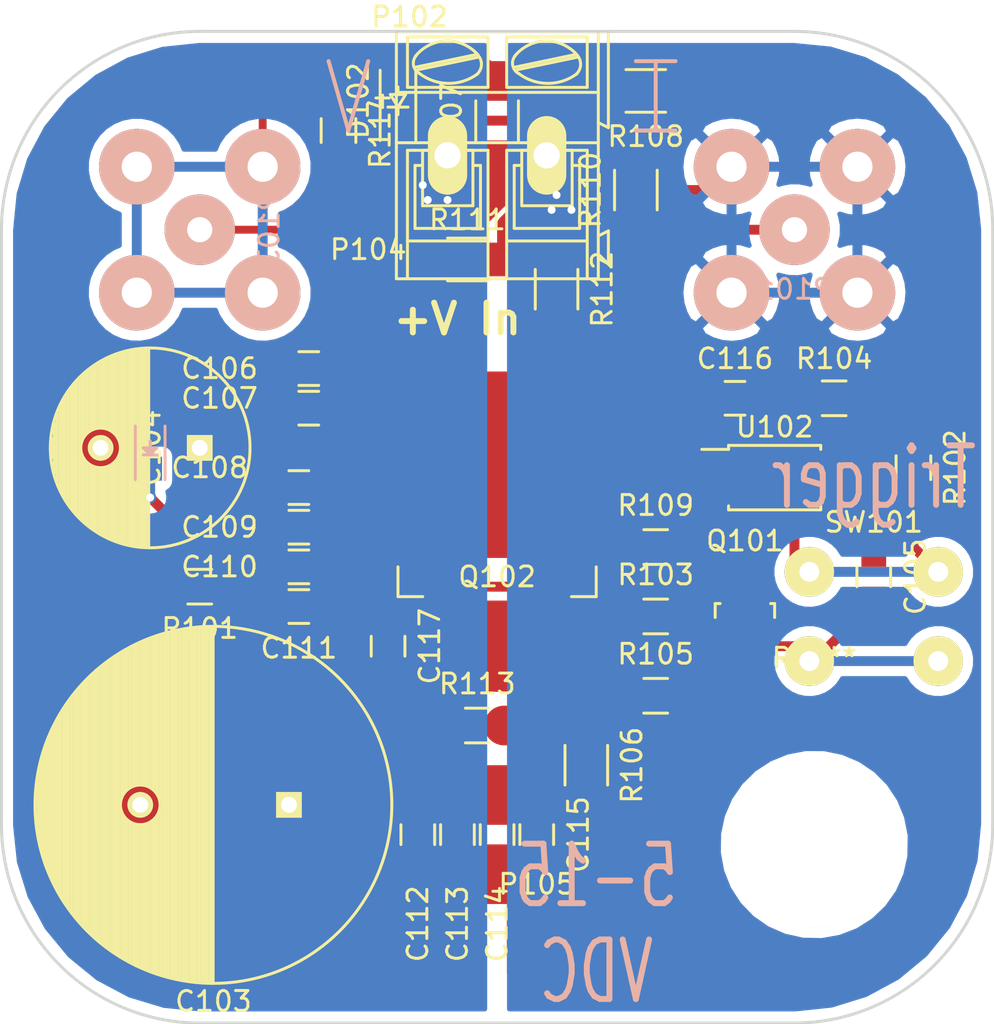
<source format=kicad_pcb>
(kicad_pcb (version 4) (host pcbnew 4.0.2-stable)

  (general
    (links 76)
    (no_connects 0)
    (area 89.924999 97.5 140.632143 151.375)
    (thickness 1.6)
    (drawings 18)
    (tracks 234)
    (zones 0)
    (modules 41)
    (nets 19)
  )

  (page A4)
  (layers
    (0 F.Cu signal)
    (31 B.Cu signal hide)
    (32 B.Adhes user)
    (33 F.Adhes user)
    (34 B.Paste user)
    (35 F.Paste user)
    (36 B.SilkS user)
    (37 F.SilkS user)
    (38 B.Mask user hide)
    (39 F.Mask user)
    (40 Dwgs.User user)
    (41 Cmts.User user)
    (42 Eco1.User user)
    (43 Eco2.User user hide)
    (44 Edge.Cuts user)
    (45 Margin user)
    (46 B.CrtYd user hide)
    (47 F.CrtYd user)
    (48 B.Fab user)
    (49 F.Fab user hide)
  )

  (setup
    (last_trace_width 0.4)
    (user_trace_width 0.2)
    (user_trace_width 0.3)
    (user_trace_width 0.4)
    (user_trace_width 0.5)
    (user_trace_width 0.75)
    (user_trace_width 1)
    (user_trace_width 2)
    (user_trace_width 3)
    (trace_clearance 0.2)
    (zone_clearance 0.508)
    (zone_45_only yes)
    (trace_min 0.2)
    (segment_width 0.2)
    (edge_width 0.15)
    (via_size 0.6)
    (via_drill 0.4)
    (via_min_size 0.4)
    (via_min_drill 0.3)
    (user_via 0.5 0.35)
    (uvia_size 0.3)
    (uvia_drill 0.1)
    (uvias_allowed no)
    (uvia_min_size 0.2)
    (uvia_min_drill 0.1)
    (pcb_text_width 0.3)
    (pcb_text_size 1.5 1.5)
    (mod_edge_width 0.15)
    (mod_text_size 1 1)
    (mod_text_width 0.15)
    (pad_size 1.9812 3.9624)
    (pad_drill 1.3208)
    (pad_to_mask_clearance 0.2)
    (aux_axis_origin 90 100)
    (grid_origin 90 100)
    (visible_elements FFFFFFFF)
    (pcbplotparams
      (layerselection 0x010f8_80000001)
      (usegerberextensions false)
      (excludeedgelayer true)
      (linewidth 0.100000)
      (plotframeref false)
      (viasonmask false)
      (mode 1)
      (useauxorigin false)
      (hpglpennumber 1)
      (hpglpenspeed 20)
      (hpglpendiameter 15)
      (hpglpenoverlay 2)
      (psnegative false)
      (psa4output false)
      (plotreference true)
      (plotvalue true)
      (plotinvisibletext false)
      (padsonsilk false)
      (subtractmaskfromsilk false)
      (outputformat 1)
      (mirror false)
      (drillshape 0)
      (scaleselection 1)
      (outputdirectory gerbers/))
  )

  (net 0 "")
  (net 1 GND)
  (net 2 VCC)
  (net 3 "Net-(C105-Pad1)")
  (net 4 "Net-(C117-Pad1)")
  (net 5 "Net-(C117-Pad2)")
  (net 6 "Net-(D101-Pad1)")
  (net 7 "Net-(D102-Pad2)")
  (net 8 "Net-(P101-Pad2)")
  (net 9 "Net-(Q101-Pad1)")
  (net 10 "Net-(Q102-Pad3)")
  (net 11 "Net-(R107-Pad1)")
  (net 12 "Net-(R109-Pad2)")
  (net 13 "Net-(Q102-Pad1)")
  (net 14 "Net-(C116-Pad1)")
  (net 15 "Net-(Q101-Pad3)")
  (net 16 "Net-(R102-Pad2)")
  (net 17 "Net-(R108-Pad1)")
  (net 18 "Net-(P103-Pad1)")

  (net_class Default "This is the default net class."
    (clearance 0.2)
    (trace_width 0.2)
    (via_dia 0.6)
    (via_drill 0.4)
    (uvia_dia 0.3)
    (uvia_drill 0.1)
    (add_net GND)
    (add_net "Net-(C105-Pad1)")
    (add_net "Net-(C116-Pad1)")
    (add_net "Net-(C117-Pad1)")
    (add_net "Net-(C117-Pad2)")
    (add_net "Net-(D101-Pad1)")
    (add_net "Net-(D102-Pad2)")
    (add_net "Net-(P101-Pad2)")
    (add_net "Net-(P103-Pad1)")
    (add_net "Net-(Q101-Pad1)")
    (add_net "Net-(Q101-Pad3)")
    (add_net "Net-(Q102-Pad1)")
    (add_net "Net-(Q102-Pad3)")
    (add_net "Net-(R102-Pad2)")
    (add_net "Net-(R107-Pad1)")
    (add_net "Net-(R108-Pad1)")
    (add_net "Net-(R109-Pad2)")
    (add_net VCC)
  )

  (module Connect:bnc-ci (layer B.Cu) (tedit 57218C8D) (tstamp 571DBE5C)
    (at 130 110)
    (path /571D6CD5)
    (fp_text reference P101 (at 0 3) (layer B.SilkS)
      (effects (font (size 1 1) (thickness 0.15)) (justify mirror))
    )
    (fp_text value "I Sense" (at 0 -8.89) (layer B.Fab)
      (effects (font (size 1 1) (thickness 0.15)) (justify mirror))
    )
    (pad 2 thru_hole circle (at -3.175 3.175) (size 3.81 3.81) (drill 1.524) (layers *.Cu *.Mask B.SilkS)
      (net 8 "Net-(P101-Pad2)"))
    (pad 1 thru_hole circle (at 0 0) (size 3.556 3.556) (drill 1.27) (layers *.Cu *.Mask B.SilkS)
      (net 4 "Net-(C117-Pad1)"))
    (pad 2 thru_hole circle (at 3.175 3.175) (size 3.81 3.81) (drill 1.524) (layers *.Cu *.Mask B.SilkS)
      (net 8 "Net-(P101-Pad2)"))
    (pad 2 thru_hole circle (at -3.175 -3.175) (size 3.81 3.81) (drill 1.524) (layers *.Cu *.Mask B.SilkS)
      (net 8 "Net-(P101-Pad2)"))
    (pad 2 thru_hole circle (at 3.175 -3.175) (size 3.81 3.81) (drill 1.524) (layers *.Cu *.Mask B.SilkS)
      (net 8 "Net-(P101-Pad2)"))
    (model Connect.3dshapes/bnc-ci.wrl
      (at (xyz 0 0 0))
      (scale (xyz 2 2 2))
      (rotate (xyz 0 0 0))
    )
  )

  (module Connect:bnc-ci (layer B.Cu) (tedit 571F4E5D) (tstamp 571DBE6B)
    (at 100 110 90)
    (path /571D6D2F)
    (fp_text reference P103 (at 0 3.5 90) (layer B.SilkS)
      (effects (font (size 1 1) (thickness 0.15)) (justify mirror))
    )
    (fp_text value "V Sense" (at 0 -8.89 90) (layer B.Fab)
      (effects (font (size 1 1) (thickness 0.15)) (justify mirror))
    )
    (pad 2 thru_hole circle (at -3.175 3.175 90) (size 3.81 3.81) (drill 1.524) (layers *.Cu *.Mask B.SilkS)
      (net 8 "Net-(P101-Pad2)"))
    (pad 1 thru_hole circle (at 0 0 90) (size 3.556 3.556) (drill 1.27) (layers *.Cu *.Mask B.SilkS)
      (net 18 "Net-(P103-Pad1)"))
    (pad 2 thru_hole circle (at 3.175 3.175 90) (size 3.81 3.81) (drill 1.524) (layers *.Cu *.Mask B.SilkS)
      (net 8 "Net-(P101-Pad2)"))
    (pad 2 thru_hole circle (at -3.175 -3.175 90) (size 3.81 3.81) (drill 1.524) (layers *.Cu *.Mask B.SilkS)
      (net 8 "Net-(P101-Pad2)"))
    (pad 2 thru_hole circle (at 3.175 -3.175 90) (size 3.81 3.81) (drill 1.524) (layers *.Cu *.Mask B.SilkS)
      (net 8 "Net-(P101-Pad2)"))
    (model Connect.3dshapes/bnc-ci.wrl
      (at (xyz 0 0 0))
      (scale (xyz 2 2 2))
      (rotate (xyz 0 0 0))
    )
  )

  (module Mounting_Holes:MountingHole_8.4mm_M8 (layer F.Cu) (tedit 571DE03B) (tstamp 571DDF38)
    (at 131 141)
    (descr "Mounting Hole 8.4mm, no annular, M8")
    (tags "mounting hole 8.4mm no annular m8")
    (fp_text reference REF** (at 0 -9.4) (layer F.SilkS)
      (effects (font (size 1 1) (thickness 0.15)))
    )
    (fp_text value MountingHole_8.4mm_M8 (at 0 9.4) (layer F.Fab)
      (effects (font (size 1 1) (thickness 0.15)))
    )
    (fp_circle (center 0 0) (end 5.5 0) (layer F.Fab) (width 0.15))
    (pad "" np_thru_hole circle (at 0 0) (size 8.4 8.4) (drill 8.4) (layers *.Cu *.Mask F.SilkS))
  )

  (module Capacitors_ThroughHole:C_Radial_D18_L36_P7.5 (layer F.Cu) (tedit 556D2B3A) (tstamp 571DBDED)
    (at 104.5 139 180)
    (descr "Radial Electrolytic Capacitor Diameter 18mm x Length 36mm, Pitch 7.5mm")
    (tags "Electrolytic Capacitor")
    (path /571D7F5B)
    (fp_text reference C103 (at 3.81 -9.906 180) (layer F.SilkS)
      (effects (font (size 1 1) (thickness 0.15)))
    )
    (fp_text value 10mF (at 3.81 10.16 180) (layer F.Fab)
      (effects (font (size 1 1) (thickness 0.15)))
    )
    (fp_line (start 12.6492 -1.4732) (end 12.6746 1.3462) (layer F.SilkS) (width 0.15))
    (fp_line (start 12.5476 2.0828) (end 12.5222 -2.0574) (layer F.SilkS) (width 0.15))
    (fp_line (start 12.4206 -2.5908) (end 12.4206 2.4892) (layer F.SilkS) (width 0.15))
    (fp_line (start 12.2936 2.9464) (end 12.2936 -2.8956) (layer F.SilkS) (width 0.15))
    (fp_line (start 12.1666 -3.2766) (end 12.1666 3.2512) (layer F.SilkS) (width 0.15))
    (fp_line (start 12.0396 3.5814) (end 12.0396 -3.556) (layer F.SilkS) (width 0.15))
    (fp_line (start 11.9126 -3.8862) (end 11.9126 3.8354) (layer F.SilkS) (width 0.15))
    (fp_line (start 11.7856 4.1402) (end 11.7856 -4.1148) (layer F.SilkS) (width 0.15))
    (fp_line (start 11.6586 4.3942) (end 11.6586 -4.318) (layer F.SilkS) (width 0.15))
    (fp_line (start 3.825 -9) (end 3.825 9) (layer F.SilkS) (width 0.15))
    (fp_line (start 3.965 -8.997) (end 3.965 8.997) (layer F.SilkS) (width 0.15))
    (fp_line (start 4.105 -8.992) (end 4.105 8.992) (layer F.SilkS) (width 0.15))
    (fp_line (start 4.245 -8.985) (end 4.245 8.985) (layer F.SilkS) (width 0.15))
    (fp_line (start 4.385 -8.975) (end 4.385 8.975) (layer F.SilkS) (width 0.15))
    (fp_line (start 4.525 -8.962) (end 4.525 8.962) (layer F.SilkS) (width 0.15))
    (fp_line (start 4.665 -8.948) (end 4.665 8.948) (layer F.SilkS) (width 0.15))
    (fp_line (start 4.805 -8.93) (end 4.805 8.93) (layer F.SilkS) (width 0.15))
    (fp_line (start 4.945 -8.91) (end 4.945 8.91) (layer F.SilkS) (width 0.15))
    (fp_line (start 5.085 -8.888) (end 5.085 8.888) (layer F.SilkS) (width 0.15))
    (fp_line (start 5.225 -8.863) (end 5.225 8.863) (layer F.SilkS) (width 0.15))
    (fp_line (start 5.365 -8.835) (end 5.365 8.835) (layer F.SilkS) (width 0.15))
    (fp_line (start 5.505 -8.805) (end 5.505 8.805) (layer F.SilkS) (width 0.15))
    (fp_line (start 5.645 -8.772) (end 5.645 8.772) (layer F.SilkS) (width 0.15))
    (fp_line (start 5.785 -8.737) (end 5.785 8.737) (layer F.SilkS) (width 0.15))
    (fp_line (start 5.925 -8.699) (end 5.925 8.699) (layer F.SilkS) (width 0.15))
    (fp_line (start 6.065 -8.658) (end 6.065 8.658) (layer F.SilkS) (width 0.15))
    (fp_line (start 6.205 -8.614) (end 6.205 8.614) (layer F.SilkS) (width 0.15))
    (fp_line (start 6.345 -8.567) (end 6.345 8.567) (layer F.SilkS) (width 0.15))
    (fp_line (start 6.485 -8.518) (end 6.485 8.518) (layer F.SilkS) (width 0.15))
    (fp_line (start 6.625 -8.466) (end 6.625 -0.484) (layer F.SilkS) (width 0.15))
    (fp_line (start 6.625 0.484) (end 6.625 8.466) (layer F.SilkS) (width 0.15))
    (fp_line (start 6.765 -8.45) (end 6.765 -0.678) (layer F.SilkS) (width 0.15))
    (fp_line (start 6.765 0.678) (end 6.765 8.41) (layer F.SilkS) (width 0.15))
    (fp_line (start 6.905 -8.4) (end 6.905 -0.804) (layer F.SilkS) (width 0.15))
    (fp_line (start 6.905 0.804) (end 6.905 8.38) (layer F.SilkS) (width 0.15))
    (fp_line (start 7.045 -8.35) (end 7.045 -0.89) (layer F.SilkS) (width 0.15))
    (fp_line (start 7.045 0.89) (end 7.045 8.35) (layer F.SilkS) (width 0.15))
    (fp_line (start 7.185 -8.25) (end 7.185 -0.949) (layer F.SilkS) (width 0.15))
    (fp_line (start 7.185 0.949) (end 7.185 8.33) (layer F.SilkS) (width 0.15))
    (fp_line (start 7.325 -8.25) (end 7.325 -0.985) (layer F.SilkS) (width 0.15))
    (fp_line (start 7.325 0.985) (end 7.325 8.28) (layer F.SilkS) (width 0.15))
    (fp_line (start 7.465 -8.185) (end 7.465 -0.999) (layer F.SilkS) (width 0.15))
    (fp_line (start 7.465 0.999) (end 7.465 8.2) (layer F.SilkS) (width 0.15))
    (fp_line (start 7.605 -8.15) (end 7.605 -0.994) (layer F.SilkS) (width 0.15))
    (fp_line (start 7.605 0.994) (end 7.605 8.15) (layer F.SilkS) (width 0.15))
    (fp_line (start 7.745 -8.1) (end 7.745 -0.97) (layer F.SilkS) (width 0.15))
    (fp_line (start 7.745 0.97) (end 7.745 8.05) (layer F.SilkS) (width 0.15))
    (fp_line (start 7.885 -8) (end 7.885 -0.923) (layer F.SilkS) (width 0.15))
    (fp_line (start 7.885 0.923) (end 7.885 7.95) (layer F.SilkS) (width 0.15))
    (fp_line (start 8.025 -7.9) (end 8.025 -0.851) (layer F.SilkS) (width 0.15))
    (fp_line (start 8.025 0.851) (end 8.025 7.87) (layer F.SilkS) (width 0.15))
    (fp_line (start 8.165 -7.8) (end 8.165 -0.747) (layer F.SilkS) (width 0.15))
    (fp_line (start 8.165 0.747) (end 8.165 7.85) (layer F.SilkS) (width 0.15))
    (fp_line (start 8.305 -7.75) (end 8.305 -0.593) (layer F.SilkS) (width 0.15))
    (fp_line (start 8.305 0.593) (end 8.305 7.78) (layer F.SilkS) (width 0.15))
    (fp_line (start 8.445 -7.7) (end 8.445 -0.327) (layer F.SilkS) (width 0.15))
    (fp_line (start 8.445 0.327) (end 8.445 7.7) (layer F.SilkS) (width 0.15))
    (fp_line (start 8.585 -7.6) (end 8.585 7.6) (layer F.SilkS) (width 0.15))
    (fp_line (start 8.725 -7.5) (end 8.725 7.5) (layer F.SilkS) (width 0.15))
    (fp_line (start 8.865 -7.4) (end 8.865 7.4) (layer F.SilkS) (width 0.15))
    (fp_line (start 9.005 -7.3) (end 9.005 7.3) (layer F.SilkS) (width 0.15))
    (fp_line (start 9.145 -7.2) (end 9.145 7.2) (layer F.SilkS) (width 0.15))
    (fp_line (start 9.285 -7.1) (end 9.285 7.1) (layer F.SilkS) (width 0.15))
    (fp_line (start 9.425 -7) (end 9.425 7) (layer F.SilkS) (width 0.15))
    (fp_line (start 9.565 -6.9) (end 9.565 6.9) (layer F.SilkS) (width 0.15))
    (fp_line (start 9.705 -6.8) (end 9.705 6.8) (layer F.SilkS) (width 0.15))
    (fp_line (start 9.845 -6.6) (end 9.845 6.6) (layer F.SilkS) (width 0.15))
    (fp_line (start 9.985 -6.5) (end 9.985 6.5) (layer F.SilkS) (width 0.15))
    (fp_line (start 10.125 -6.4) (end 10.125 6.4) (layer F.SilkS) (width 0.15))
    (fp_line (start 10.265 -6.2) (end 10.265 6.2) (layer F.SilkS) (width 0.15))
    (fp_line (start 10.405 -6.1) (end 10.405 6.1) (layer F.SilkS) (width 0.15))
    (fp_line (start 10.545 -5.9) (end 10.545 5.9) (layer F.SilkS) (width 0.15))
    (fp_line (start 10.685 -5.8) (end 10.685 5.8) (layer F.SilkS) (width 0.15))
    (fp_line (start 10.825 -5.6) (end 10.825 5.6) (layer F.SilkS) (width 0.15))
    (fp_line (start 10.965 -5.45) (end 10.965 5.45) (layer F.SilkS) (width 0.15))
    (fp_line (start 11.105 -5.25) (end 11.105 5.25) (layer F.SilkS) (width 0.15))
    (fp_line (start 11.245 -5.05) (end 11.245 5.05) (layer F.SilkS) (width 0.15))
    (fp_line (start 11.385 -4.8) (end 11.385 4.8) (layer F.SilkS) (width 0.15))
    (fp_line (start 11.525 -4.6) (end 11.525 4.6) (layer F.SilkS) (width 0.15))
    (fp_circle (center 7.5 0) (end 7.5 -1) (layer F.SilkS) (width 0.15))
    (fp_circle (center 3.81 0) (end 3.81 -9) (layer F.SilkS) (width 0.15))
    (fp_circle (center 3.81 0) (end 3.81 -9.3) (layer F.CrtYd) (width 0.05))
    (pad 1 thru_hole rect (at 0 0 180) (size 1.3 1.3) (drill 0.8) (layers *.Cu *.Mask F.SilkS)
      (net 2 VCC))
    (pad 2 thru_hole circle (at 7.5 0 180) (size 1.3 1.3) (drill 0.8) (layers *.Cu *.Mask F.SilkS)
      (net 1 GND))
    (model Capacitors_ThroughHole.3dshapes/C_Radial_D18_L36_P7.5.wrl
      (at (xyz 0 0 0))
      (scale (xyz 1 1 1))
      (rotate (xyz 0 0 0))
    )
  )

  (module Capacitors_ThroughHole:C_Radial_D10_L20_P5 (layer F.Cu) (tedit 571F22FF) (tstamp 571DBDF3)
    (at 100 121 180)
    (descr "Radial Electrolytic Capacitor Diameter 10mm x Length 20mm, Pitch 5mm")
    (tags "Electrolytic Capacitor")
    (path /571D7F90)
    (fp_text reference C104 (at 2.5 0 270) (layer F.SilkS)
      (effects (font (size 1 1) (thickness 0.15)))
    )
    (fp_text value 2.2mF (at 2.5 6.3 180) (layer F.Fab)
      (effects (font (size 1 1) (thickness 0.15)))
    )
    (fp_line (start 2.575 -4.999) (end 2.575 4.999) (layer F.SilkS) (width 0.15))
    (fp_line (start 2.715 -4.995) (end 2.715 4.995) (layer F.SilkS) (width 0.15))
    (fp_line (start 2.855 -4.987) (end 2.855 4.987) (layer F.SilkS) (width 0.15))
    (fp_line (start 2.995 -4.975) (end 2.995 4.975) (layer F.SilkS) (width 0.15))
    (fp_line (start 3.135 -4.96) (end 3.135 4.96) (layer F.SilkS) (width 0.15))
    (fp_line (start 3.275 -4.94) (end 3.275 4.94) (layer F.SilkS) (width 0.15))
    (fp_line (start 3.415 -4.916) (end 3.415 4.916) (layer F.SilkS) (width 0.15))
    (fp_line (start 3.555 -4.887) (end 3.555 4.887) (layer F.SilkS) (width 0.15))
    (fp_line (start 3.695 -4.855) (end 3.695 4.855) (layer F.SilkS) (width 0.15))
    (fp_line (start 3.835 -4.818) (end 3.835 4.818) (layer F.SilkS) (width 0.15))
    (fp_line (start 3.975 -4.777) (end 3.975 4.777) (layer F.SilkS) (width 0.15))
    (fp_line (start 4.115 -4.732) (end 4.115 -0.466) (layer F.SilkS) (width 0.15))
    (fp_line (start 4.115 0.466) (end 4.115 4.732) (layer F.SilkS) (width 0.15))
    (fp_line (start 4.255 -4.682) (end 4.255 -0.667) (layer F.SilkS) (width 0.15))
    (fp_line (start 4.255 0.667) (end 4.255 4.682) (layer F.SilkS) (width 0.15))
    (fp_line (start 4.395 -4.627) (end 4.395 -0.796) (layer F.SilkS) (width 0.15))
    (fp_line (start 4.395 0.796) (end 4.395 4.627) (layer F.SilkS) (width 0.15))
    (fp_line (start 4.535 -4.567) (end 4.535 -0.885) (layer F.SilkS) (width 0.15))
    (fp_line (start 4.535 0.885) (end 4.535 4.567) (layer F.SilkS) (width 0.15))
    (fp_line (start 4.675 -4.502) (end 4.675 -0.946) (layer F.SilkS) (width 0.15))
    (fp_line (start 4.675 0.946) (end 4.675 4.502) (layer F.SilkS) (width 0.15))
    (fp_line (start 4.815 -4.432) (end 4.815 -0.983) (layer F.SilkS) (width 0.15))
    (fp_line (start 4.815 0.983) (end 4.815 4.432) (layer F.SilkS) (width 0.15))
    (fp_line (start 4.955 -4.356) (end 4.955 -0.999) (layer F.SilkS) (width 0.15))
    (fp_line (start 4.955 0.999) (end 4.955 4.356) (layer F.SilkS) (width 0.15))
    (fp_line (start 5.095 -4.274) (end 5.095 -0.995) (layer F.SilkS) (width 0.15))
    (fp_line (start 5.095 0.995) (end 5.095 4.274) (layer F.SilkS) (width 0.15))
    (fp_line (start 5.235 -4.186) (end 5.235 -0.972) (layer F.SilkS) (width 0.15))
    (fp_line (start 5.235 0.972) (end 5.235 4.186) (layer F.SilkS) (width 0.15))
    (fp_line (start 5.375 -4.091) (end 5.375 -0.927) (layer F.SilkS) (width 0.15))
    (fp_line (start 5.375 0.927) (end 5.375 4.091) (layer F.SilkS) (width 0.15))
    (fp_line (start 5.515 -3.989) (end 5.515 -0.857) (layer F.SilkS) (width 0.15))
    (fp_line (start 5.515 0.857) (end 5.515 3.989) (layer F.SilkS) (width 0.15))
    (fp_line (start 5.655 -3.879) (end 5.655 -0.756) (layer F.SilkS) (width 0.15))
    (fp_line (start 5.655 0.756) (end 5.655 3.879) (layer F.SilkS) (width 0.15))
    (fp_line (start 5.795 -3.761) (end 5.795 -0.607) (layer F.SilkS) (width 0.15))
    (fp_line (start 5.795 0.607) (end 5.795 3.761) (layer F.SilkS) (width 0.15))
    (fp_line (start 5.935 -3.633) (end 5.935 -0.355) (layer F.SilkS) (width 0.15))
    (fp_line (start 5.935 0.355) (end 5.935 3.633) (layer F.SilkS) (width 0.15))
    (fp_line (start 6.075 -3.496) (end 6.075 3.496) (layer F.SilkS) (width 0.15))
    (fp_line (start 6.215 -3.346) (end 6.215 3.346) (layer F.SilkS) (width 0.15))
    (fp_line (start 6.355 -3.184) (end 6.355 3.184) (layer F.SilkS) (width 0.15))
    (fp_line (start 6.495 -3.007) (end 6.495 3.007) (layer F.SilkS) (width 0.15))
    (fp_line (start 6.635 -2.811) (end 6.635 2.811) (layer F.SilkS) (width 0.15))
    (fp_line (start 6.775 -2.593) (end 6.775 2.593) (layer F.SilkS) (width 0.15))
    (fp_line (start 6.915 -2.347) (end 6.915 2.347) (layer F.SilkS) (width 0.15))
    (fp_line (start 7.055 -2.062) (end 7.055 2.062) (layer F.SilkS) (width 0.15))
    (fp_line (start 7.195 -1.72) (end 7.195 1.72) (layer F.SilkS) (width 0.15))
    (fp_line (start 7.335 -1.274) (end 7.335 1.274) (layer F.SilkS) (width 0.15))
    (fp_line (start 7.475 -0.499) (end 7.475 0.499) (layer F.SilkS) (width 0.15))
    (fp_circle (center 5 0) (end 5 -1) (layer F.SilkS) (width 0.15))
    (fp_circle (center 2.5 0) (end 2.5 -5.0375) (layer F.SilkS) (width 0.15))
    (fp_circle (center 2.5 0) (end 2.5 -5.3) (layer F.CrtYd) (width 0.05))
    (pad 1 thru_hole rect (at 0 0 180) (size 1.3 1.3) (drill 0.8) (layers *.Cu *.Mask F.SilkS)
      (net 2 VCC))
    (pad 2 thru_hole circle (at 5 0 180) (size 1.3 1.3) (drill 0.8) (layers *.Cu *.Mask F.SilkS)
      (net 1 GND))
    (model Capacitors_ThroughHole.3dshapes/C_Radial_D10_L20_P5.wrl
      (at (xyz 0 0 0))
      (scale (xyz 1 1 1))
      (rotate (xyz 0 0 0))
    )
  )

  (module Capacitors_SMD:C_0805_HandSoldering (layer F.Cu) (tedit 541A9B8D) (tstamp 571DBDF9)
    (at 134 127.5 270)
    (descr "Capacitor SMD 0805, hand soldering")
    (tags "capacitor 0805")
    (path /571E012A)
    (attr smd)
    (fp_text reference C105 (at 0 -2.1 270) (layer F.SilkS)
      (effects (font (size 1 1) (thickness 0.15)))
    )
    (fp_text value 10nF (at 0 2.1 270) (layer F.Fab)
      (effects (font (size 1 1) (thickness 0.15)))
    )
    (fp_line (start -2.3 -1) (end 2.3 -1) (layer F.CrtYd) (width 0.05))
    (fp_line (start -2.3 1) (end 2.3 1) (layer F.CrtYd) (width 0.05))
    (fp_line (start -2.3 -1) (end -2.3 1) (layer F.CrtYd) (width 0.05))
    (fp_line (start 2.3 -1) (end 2.3 1) (layer F.CrtYd) (width 0.05))
    (fp_line (start 0.5 -0.85) (end -0.5 -0.85) (layer F.SilkS) (width 0.15))
    (fp_line (start -0.5 0.85) (end 0.5 0.85) (layer F.SilkS) (width 0.15))
    (pad 1 smd rect (at -1.25 0 270) (size 1.5 1.25) (layers F.Cu F.Paste F.Mask)
      (net 3 "Net-(C105-Pad1)"))
    (pad 2 smd rect (at 1.25 0 270) (size 1.5 1.25) (layers F.Cu F.Paste F.Mask)
      (net 1 GND))
    (model Capacitors_SMD.3dshapes/C_0805_HandSoldering.wrl
      (at (xyz 0 0 0))
      (scale (xyz 1 1 1))
      (rotate (xyz 0 0 0))
    )
  )

  (module Capacitors_SMD:C_0805_HandSoldering (layer F.Cu) (tedit 571F22B8) (tstamp 571DBDFF)
    (at 105.5 117 180)
    (descr "Capacitor SMD 0805, hand soldering")
    (tags "capacitor 0805")
    (path /571D7FE1)
    (attr smd)
    (fp_text reference C106 (at 4.5 0 180) (layer F.SilkS)
      (effects (font (size 1 1) (thickness 0.15)))
    )
    (fp_text value 10uF (at 0 2.1 180) (layer F.Fab)
      (effects (font (size 1 1) (thickness 0.15)))
    )
    (fp_line (start -2.3 -1) (end 2.3 -1) (layer F.CrtYd) (width 0.05))
    (fp_line (start -2.3 1) (end 2.3 1) (layer F.CrtYd) (width 0.05))
    (fp_line (start -2.3 -1) (end -2.3 1) (layer F.CrtYd) (width 0.05))
    (fp_line (start 2.3 -1) (end 2.3 1) (layer F.CrtYd) (width 0.05))
    (fp_line (start 0.5 -0.85) (end -0.5 -0.85) (layer F.SilkS) (width 0.15))
    (fp_line (start -0.5 0.85) (end 0.5 0.85) (layer F.SilkS) (width 0.15))
    (pad 1 smd rect (at -1.25 0 180) (size 1.5 1.25) (layers F.Cu F.Paste F.Mask)
      (net 2 VCC))
    (pad 2 smd rect (at 1.25 0 180) (size 1.5 1.25) (layers F.Cu F.Paste F.Mask)
      (net 1 GND))
    (model Capacitors_SMD.3dshapes/C_0805_HandSoldering.wrl
      (at (xyz 0 0 0))
      (scale (xyz 1 1 1))
      (rotate (xyz 0 0 0))
    )
  )

  (module Capacitors_SMD:C_0805_HandSoldering (layer F.Cu) (tedit 571F22D6) (tstamp 571DBE05)
    (at 105.5 119 180)
    (descr "Capacitor SMD 0805, hand soldering")
    (tags "capacitor 0805")
    (path /571D810C)
    (attr smd)
    (fp_text reference C107 (at 4.5 0.5 180) (layer F.SilkS)
      (effects (font (size 1 1) (thickness 0.15)))
    )
    (fp_text value 10uF (at 0 2.1 180) (layer F.Fab)
      (effects (font (size 1 1) (thickness 0.15)))
    )
    (fp_line (start -2.3 -1) (end 2.3 -1) (layer F.CrtYd) (width 0.05))
    (fp_line (start -2.3 1) (end 2.3 1) (layer F.CrtYd) (width 0.05))
    (fp_line (start -2.3 -1) (end -2.3 1) (layer F.CrtYd) (width 0.05))
    (fp_line (start 2.3 -1) (end 2.3 1) (layer F.CrtYd) (width 0.05))
    (fp_line (start 0.5 -0.85) (end -0.5 -0.85) (layer F.SilkS) (width 0.15))
    (fp_line (start -0.5 0.85) (end 0.5 0.85) (layer F.SilkS) (width 0.15))
    (pad 1 smd rect (at -1.25 0 180) (size 1.5 1.25) (layers F.Cu F.Paste F.Mask)
      (net 2 VCC))
    (pad 2 smd rect (at 1.25 0 180) (size 1.5 1.25) (layers F.Cu F.Paste F.Mask)
      (net 1 GND))
    (model Capacitors_SMD.3dshapes/C_0805_HandSoldering.wrl
      (at (xyz 0 0 0))
      (scale (xyz 1 1 1))
      (rotate (xyz 0 0 0))
    )
  )

  (module Capacitors_SMD:C_0805_HandSoldering (layer F.Cu) (tedit 571F22D2) (tstamp 571DBE0B)
    (at 105 123 180)
    (descr "Capacitor SMD 0805, hand soldering")
    (tags "capacitor 0805")
    (path /571D8159)
    (attr smd)
    (fp_text reference C108 (at 4.5 1 180) (layer F.SilkS)
      (effects (font (size 1 1) (thickness 0.15)))
    )
    (fp_text value 10uF (at 0 2.1 180) (layer F.Fab)
      (effects (font (size 1 1) (thickness 0.15)))
    )
    (fp_line (start -2.3 -1) (end 2.3 -1) (layer F.CrtYd) (width 0.05))
    (fp_line (start -2.3 1) (end 2.3 1) (layer F.CrtYd) (width 0.05))
    (fp_line (start -2.3 -1) (end -2.3 1) (layer F.CrtYd) (width 0.05))
    (fp_line (start 2.3 -1) (end 2.3 1) (layer F.CrtYd) (width 0.05))
    (fp_line (start 0.5 -0.85) (end -0.5 -0.85) (layer F.SilkS) (width 0.15))
    (fp_line (start -0.5 0.85) (end 0.5 0.85) (layer F.SilkS) (width 0.15))
    (pad 1 smd rect (at -1.25 0 180) (size 1.5 1.25) (layers F.Cu F.Paste F.Mask)
      (net 2 VCC))
    (pad 2 smd rect (at 1.25 0 180) (size 1.5 1.25) (layers F.Cu F.Paste F.Mask)
      (net 1 GND))
    (model Capacitors_SMD.3dshapes/C_0805_HandSoldering.wrl
      (at (xyz 0 0 0))
      (scale (xyz 1 1 1))
      (rotate (xyz 0 0 0))
    )
  )

  (module Capacitors_SMD:C_0805_HandSoldering (layer F.Cu) (tedit 571F22ED) (tstamp 571DBE11)
    (at 105 125 180)
    (descr "Capacitor SMD 0805, hand soldering")
    (tags "capacitor 0805")
    (path /571D8188)
    (attr smd)
    (fp_text reference C109 (at 4 0 180) (layer F.SilkS)
      (effects (font (size 1 1) (thickness 0.15)))
    )
    (fp_text value 10uF (at 0 2.1 180) (layer F.Fab)
      (effects (font (size 1 1) (thickness 0.15)))
    )
    (fp_line (start -2.3 -1) (end 2.3 -1) (layer F.CrtYd) (width 0.05))
    (fp_line (start -2.3 1) (end 2.3 1) (layer F.CrtYd) (width 0.05))
    (fp_line (start -2.3 -1) (end -2.3 1) (layer F.CrtYd) (width 0.05))
    (fp_line (start 2.3 -1) (end 2.3 1) (layer F.CrtYd) (width 0.05))
    (fp_line (start 0.5 -0.85) (end -0.5 -0.85) (layer F.SilkS) (width 0.15))
    (fp_line (start -0.5 0.85) (end 0.5 0.85) (layer F.SilkS) (width 0.15))
    (pad 1 smd rect (at -1.25 0 180) (size 1.5 1.25) (layers F.Cu F.Paste F.Mask)
      (net 2 VCC))
    (pad 2 smd rect (at 1.25 0 180) (size 1.5 1.25) (layers F.Cu F.Paste F.Mask)
      (net 1 GND))
    (model Capacitors_SMD.3dshapes/C_0805_HandSoldering.wrl
      (at (xyz 0 0 0))
      (scale (xyz 1 1 1))
      (rotate (xyz 0 0 0))
    )
  )

  (module Capacitors_SMD:C_0805_HandSoldering (layer F.Cu) (tedit 571F2317) (tstamp 571DBE17)
    (at 105 127 180)
    (descr "Capacitor SMD 0805, hand soldering")
    (tags "capacitor 0805")
    (path /571D81BA)
    (attr smd)
    (fp_text reference C110 (at 4 0 180) (layer F.SilkS)
      (effects (font (size 1 1) (thickness 0.15)))
    )
    (fp_text value 10uF (at 0 2.1 180) (layer F.Fab)
      (effects (font (size 1 1) (thickness 0.15)))
    )
    (fp_line (start -2.3 -1) (end 2.3 -1) (layer F.CrtYd) (width 0.05))
    (fp_line (start -2.3 1) (end 2.3 1) (layer F.CrtYd) (width 0.05))
    (fp_line (start -2.3 -1) (end -2.3 1) (layer F.CrtYd) (width 0.05))
    (fp_line (start 2.3 -1) (end 2.3 1) (layer F.CrtYd) (width 0.05))
    (fp_line (start 0.5 -0.85) (end -0.5 -0.85) (layer F.SilkS) (width 0.15))
    (fp_line (start -0.5 0.85) (end 0.5 0.85) (layer F.SilkS) (width 0.15))
    (pad 1 smd rect (at -1.25 0 180) (size 1.5 1.25) (layers F.Cu F.Paste F.Mask)
      (net 2 VCC))
    (pad 2 smd rect (at 1.25 0 180) (size 1.5 1.25) (layers F.Cu F.Paste F.Mask)
      (net 1 GND))
    (model Capacitors_SMD.3dshapes/C_0805_HandSoldering.wrl
      (at (xyz 0 0 0))
      (scale (xyz 1 1 1))
      (rotate (xyz 0 0 0))
    )
  )

  (module Capacitors_SMD:C_0805_HandSoldering (layer F.Cu) (tedit 541A9B8D) (tstamp 571DBE1D)
    (at 105 129 180)
    (descr "Capacitor SMD 0805, hand soldering")
    (tags "capacitor 0805")
    (path /571D82E9)
    (attr smd)
    (fp_text reference C111 (at 0 -2.1 180) (layer F.SilkS)
      (effects (font (size 1 1) (thickness 0.15)))
    )
    (fp_text value 10uF (at 0 2.1 180) (layer F.Fab)
      (effects (font (size 1 1) (thickness 0.15)))
    )
    (fp_line (start -2.3 -1) (end 2.3 -1) (layer F.CrtYd) (width 0.05))
    (fp_line (start -2.3 1) (end 2.3 1) (layer F.CrtYd) (width 0.05))
    (fp_line (start -2.3 -1) (end -2.3 1) (layer F.CrtYd) (width 0.05))
    (fp_line (start 2.3 -1) (end 2.3 1) (layer F.CrtYd) (width 0.05))
    (fp_line (start 0.5 -0.85) (end -0.5 -0.85) (layer F.SilkS) (width 0.15))
    (fp_line (start -0.5 0.85) (end 0.5 0.85) (layer F.SilkS) (width 0.15))
    (pad 1 smd rect (at -1.25 0 180) (size 1.5 1.25) (layers F.Cu F.Paste F.Mask)
      (net 2 VCC))
    (pad 2 smd rect (at 1.25 0 180) (size 1.5 1.25) (layers F.Cu F.Paste F.Mask)
      (net 1 GND))
    (model Capacitors_SMD.3dshapes/C_0805_HandSoldering.wrl
      (at (xyz 0 0 0))
      (scale (xyz 1 1 1))
      (rotate (xyz 0 0 0))
    )
  )

  (module Capacitors_SMD:C_0805_HandSoldering (layer F.Cu) (tedit 571F2421) (tstamp 571DBE23)
    (at 111 140.5 270)
    (descr "Capacitor SMD 0805, hand soldering")
    (tags "capacitor 0805")
    (path /571D82AF)
    (attr smd)
    (fp_text reference C112 (at 4.5 0 270) (layer F.SilkS)
      (effects (font (size 1 1) (thickness 0.15)))
    )
    (fp_text value 10uF (at 0 2.1 270) (layer F.Fab)
      (effects (font (size 1 1) (thickness 0.15)))
    )
    (fp_line (start -2.3 -1) (end 2.3 -1) (layer F.CrtYd) (width 0.05))
    (fp_line (start -2.3 1) (end 2.3 1) (layer F.CrtYd) (width 0.05))
    (fp_line (start -2.3 -1) (end -2.3 1) (layer F.CrtYd) (width 0.05))
    (fp_line (start 2.3 -1) (end 2.3 1) (layer F.CrtYd) (width 0.05))
    (fp_line (start 0.5 -0.85) (end -0.5 -0.85) (layer F.SilkS) (width 0.15))
    (fp_line (start -0.5 0.85) (end 0.5 0.85) (layer F.SilkS) (width 0.15))
    (pad 1 smd rect (at -1.25 0 270) (size 1.5 1.25) (layers F.Cu F.Paste F.Mask)
      (net 2 VCC))
    (pad 2 smd rect (at 1.25 0 270) (size 1.5 1.25) (layers F.Cu F.Paste F.Mask)
      (net 1 GND))
    (model Capacitors_SMD.3dshapes/C_0805_HandSoldering.wrl
      (at (xyz 0 0 0))
      (scale (xyz 1 1 1))
      (rotate (xyz 0 0 0))
    )
  )

  (module Capacitors_SMD:C_0805_HandSoldering (layer F.Cu) (tedit 571F2423) (tstamp 571DBE29)
    (at 113 140.5 270)
    (descr "Capacitor SMD 0805, hand soldering")
    (tags "capacitor 0805")
    (path /571D8277)
    (attr smd)
    (fp_text reference C113 (at 4.5 0 270) (layer F.SilkS)
      (effects (font (size 1 1) (thickness 0.15)))
    )
    (fp_text value 10uF (at 0 2.1 270) (layer F.Fab)
      (effects (font (size 1 1) (thickness 0.15)))
    )
    (fp_line (start -2.3 -1) (end 2.3 -1) (layer F.CrtYd) (width 0.05))
    (fp_line (start -2.3 1) (end 2.3 1) (layer F.CrtYd) (width 0.05))
    (fp_line (start -2.3 -1) (end -2.3 1) (layer F.CrtYd) (width 0.05))
    (fp_line (start 2.3 -1) (end 2.3 1) (layer F.CrtYd) (width 0.05))
    (fp_line (start 0.5 -0.85) (end -0.5 -0.85) (layer F.SilkS) (width 0.15))
    (fp_line (start -0.5 0.85) (end 0.5 0.85) (layer F.SilkS) (width 0.15))
    (pad 1 smd rect (at -1.25 0 270) (size 1.5 1.25) (layers F.Cu F.Paste F.Mask)
      (net 2 VCC))
    (pad 2 smd rect (at 1.25 0 270) (size 1.5 1.25) (layers F.Cu F.Paste F.Mask)
      (net 1 GND))
    (model Capacitors_SMD.3dshapes/C_0805_HandSoldering.wrl
      (at (xyz 0 0 0))
      (scale (xyz 1 1 1))
      (rotate (xyz 0 0 0))
    )
  )

  (module Capacitors_SMD:C_0805_HandSoldering (layer F.Cu) (tedit 571F242D) (tstamp 571DBE2F)
    (at 115 140.5 270)
    (descr "Capacitor SMD 0805, hand soldering")
    (tags "capacitor 0805")
    (path /571D81EE)
    (attr smd)
    (fp_text reference C114 (at 4.5 0 270) (layer F.SilkS)
      (effects (font (size 1 1) (thickness 0.15)))
    )
    (fp_text value 10uF (at 0 2.1 270) (layer F.Fab)
      (effects (font (size 1 1) (thickness 0.15)))
    )
    (fp_line (start -2.3 -1) (end 2.3 -1) (layer F.CrtYd) (width 0.05))
    (fp_line (start -2.3 1) (end 2.3 1) (layer F.CrtYd) (width 0.05))
    (fp_line (start -2.3 -1) (end -2.3 1) (layer F.CrtYd) (width 0.05))
    (fp_line (start 2.3 -1) (end 2.3 1) (layer F.CrtYd) (width 0.05))
    (fp_line (start 0.5 -0.85) (end -0.5 -0.85) (layer F.SilkS) (width 0.15))
    (fp_line (start -0.5 0.85) (end 0.5 0.85) (layer F.SilkS) (width 0.15))
    (pad 1 smd rect (at -1.25 0 270) (size 1.5 1.25) (layers F.Cu F.Paste F.Mask)
      (net 2 VCC))
    (pad 2 smd rect (at 1.25 0 270) (size 1.5 1.25) (layers F.Cu F.Paste F.Mask)
      (net 1 GND))
    (model Capacitors_SMD.3dshapes/C_0805_HandSoldering.wrl
      (at (xyz 0 0 0))
      (scale (xyz 1 1 1))
      (rotate (xyz 0 0 0))
    )
  )

  (module Capacitors_SMD:C_0805_HandSoldering (layer F.Cu) (tedit 541A9B8D) (tstamp 571DBE35)
    (at 117 140.5 270)
    (descr "Capacitor SMD 0805, hand soldering")
    (tags "capacitor 0805")
    (path /571D823D)
    (attr smd)
    (fp_text reference C115 (at 0 -2.1 270) (layer F.SilkS)
      (effects (font (size 1 1) (thickness 0.15)))
    )
    (fp_text value 10uF (at 0 2.1 270) (layer F.Fab)
      (effects (font (size 1 1) (thickness 0.15)))
    )
    (fp_line (start -2.3 -1) (end 2.3 -1) (layer F.CrtYd) (width 0.05))
    (fp_line (start -2.3 1) (end 2.3 1) (layer F.CrtYd) (width 0.05))
    (fp_line (start -2.3 -1) (end -2.3 1) (layer F.CrtYd) (width 0.05))
    (fp_line (start 2.3 -1) (end 2.3 1) (layer F.CrtYd) (width 0.05))
    (fp_line (start 0.5 -0.85) (end -0.5 -0.85) (layer F.SilkS) (width 0.15))
    (fp_line (start -0.5 0.85) (end 0.5 0.85) (layer F.SilkS) (width 0.15))
    (pad 1 smd rect (at -1.25 0 270) (size 1.5 1.25) (layers F.Cu F.Paste F.Mask)
      (net 2 VCC))
    (pad 2 smd rect (at 1.25 0 270) (size 1.5 1.25) (layers F.Cu F.Paste F.Mask)
      (net 1 GND))
    (model Capacitors_SMD.3dshapes/C_0805_HandSoldering.wrl
      (at (xyz 0 0 0))
      (scale (xyz 1 1 1))
      (rotate (xyz 0 0 0))
    )
  )

  (module Capacitors_SMD:C_0805_HandSoldering (layer F.Cu) (tedit 571F35D5) (tstamp 571DBE3B)
    (at 127 118.5 180)
    (descr "Capacitor SMD 0805, hand soldering")
    (tags "capacitor 0805")
    (path /571DFAE6)
    (attr smd)
    (fp_text reference C116 (at 0 2 180) (layer F.SilkS)
      (effects (font (size 1 1) (thickness 0.15)))
    )
    (fp_text value 100nF (at 0 2.1 180) (layer F.Fab)
      (effects (font (size 1 1) (thickness 0.15)))
    )
    (fp_line (start -2.3 -1) (end 2.3 -1) (layer F.CrtYd) (width 0.05))
    (fp_line (start -2.3 1) (end 2.3 1) (layer F.CrtYd) (width 0.05))
    (fp_line (start -2.3 -1) (end -2.3 1) (layer F.CrtYd) (width 0.05))
    (fp_line (start 2.3 -1) (end 2.3 1) (layer F.CrtYd) (width 0.05))
    (fp_line (start 0.5 -0.85) (end -0.5 -0.85) (layer F.SilkS) (width 0.15))
    (fp_line (start -0.5 0.85) (end 0.5 0.85) (layer F.SilkS) (width 0.15))
    (pad 1 smd rect (at -1.25 0 180) (size 1.5 1.25) (layers F.Cu F.Paste F.Mask)
      (net 14 "Net-(C116-Pad1)"))
    (pad 2 smd rect (at 1.25 0 180) (size 1.5 1.25) (layers F.Cu F.Paste F.Mask)
      (net 1 GND))
    (model Capacitors_SMD.3dshapes/C_0805_HandSoldering.wrl
      (at (xyz 0 0 0))
      (scale (xyz 1 1 1))
      (rotate (xyz 0 0 0))
    )
  )

  (module Capacitors_SMD:C_0805_HandSoldering (layer F.Cu) (tedit 541A9B8D) (tstamp 571DBE41)
    (at 109.5 131 270)
    (descr "Capacitor SMD 0805, hand soldering")
    (tags "capacitor 0805")
    (path /571DB175)
    (attr smd)
    (fp_text reference C117 (at 0 -2.1 270) (layer F.SilkS)
      (effects (font (size 1 1) (thickness 0.15)))
    )
    (fp_text value 1.5nF (at 0 2.1 270) (layer F.Fab)
      (effects (font (size 1 1) (thickness 0.15)))
    )
    (fp_line (start -2.3 -1) (end 2.3 -1) (layer F.CrtYd) (width 0.05))
    (fp_line (start -2.3 1) (end 2.3 1) (layer F.CrtYd) (width 0.05))
    (fp_line (start -2.3 -1) (end -2.3 1) (layer F.CrtYd) (width 0.05))
    (fp_line (start 2.3 -1) (end 2.3 1) (layer F.CrtYd) (width 0.05))
    (fp_line (start 0.5 -0.85) (end -0.5 -0.85) (layer F.SilkS) (width 0.15))
    (fp_line (start -0.5 0.85) (end 0.5 0.85) (layer F.SilkS) (width 0.15))
    (pad 1 smd rect (at -1.25 0 270) (size 1.5 1.25) (layers F.Cu F.Paste F.Mask)
      (net 4 "Net-(C117-Pad1)"))
    (pad 2 smd rect (at 1.25 0 270) (size 1.5 1.25) (layers F.Cu F.Paste F.Mask)
      (net 5 "Net-(C117-Pad2)"))
    (model Capacitors_SMD.3dshapes/C_0805_HandSoldering.wrl
      (at (xyz 0 0 0))
      (scale (xyz 1 1 1))
      (rotate (xyz 0 0 0))
    )
  )

  (module LEDs:LED_0805 (layer B.Cu) (tedit 571F4EB5) (tstamp 571DBE4D)
    (at 97.5 121 90)
    (descr "LED 0805 smd package")
    (tags "LED 0805 SMD")
    (path /571DC328)
    (attr smd)
    (fp_text reference D101 (at 0 1.75 90) (layer B.SilkS) hide
      (effects (font (size 1 1) (thickness 0.15)) (justify mirror))
    )
    (fp_text value LED (at 0 -1.75 90) (layer B.Fab)
      (effects (font (size 1 1) (thickness 0.15)) (justify mirror))
    )
    (fp_line (start -1.6 -0.75) (end 1.1 -0.75) (layer B.SilkS) (width 0.15))
    (fp_line (start -1.6 0.75) (end 1.1 0.75) (layer B.SilkS) (width 0.15))
    (fp_line (start -0.1 -0.15) (end -0.1 0.1) (layer B.SilkS) (width 0.15))
    (fp_line (start -0.1 0.1) (end -0.25 -0.05) (layer B.SilkS) (width 0.15))
    (fp_line (start -0.35 0.35) (end -0.35 -0.35) (layer B.SilkS) (width 0.15))
    (fp_line (start 0 0) (end 0.35 0) (layer B.SilkS) (width 0.15))
    (fp_line (start -0.35 0) (end 0 0.35) (layer B.SilkS) (width 0.15))
    (fp_line (start 0 0.35) (end 0 -0.35) (layer B.SilkS) (width 0.15))
    (fp_line (start 0 -0.35) (end -0.35 0) (layer B.SilkS) (width 0.15))
    (fp_line (start 1.9 0.95) (end 1.9 -0.95) (layer B.CrtYd) (width 0.05))
    (fp_line (start 1.9 -0.95) (end -1.9 -0.95) (layer B.CrtYd) (width 0.05))
    (fp_line (start -1.9 -0.95) (end -1.9 0.95) (layer B.CrtYd) (width 0.05))
    (fp_line (start -1.9 0.95) (end 1.9 0.95) (layer B.CrtYd) (width 0.05))
    (pad 2 smd rect (at 1.04902 0 270) (size 1.19888 1.19888) (layers B.Cu B.Paste B.Mask)
      (net 2 VCC))
    (pad 1 smd rect (at -1.04902 0 270) (size 1.19888 1.19888) (layers B.Cu B.Paste B.Mask)
      (net 6 "Net-(D101-Pad1)"))
    (model LEDs.3dshapes/LED_0805.wrl
      (at (xyz 0 0 0))
      (scale (xyz 1 1 1))
      (rotate (xyz 0 0 0))
    )
  )

  (module Diodes_SMD:SOD-123 (layer F.Cu) (tedit 5530FCB9) (tstamp 571DBE53)
    (at 110 103.5 90)
    (descr SOD-123)
    (tags SOD-123)
    (path /571DA150)
    (attr smd)
    (fp_text reference D102 (at 0 -2 90) (layer F.SilkS)
      (effects (font (size 1 1) (thickness 0.15)))
    )
    (fp_text value D_Schottky (at 0 2.1 90) (layer F.Fab)
      (effects (font (size 1 1) (thickness 0.15)))
    )
    (fp_line (start 0.3175 0) (end 0.6985 0) (layer F.SilkS) (width 0.15))
    (fp_line (start -0.6985 0) (end -0.3175 0) (layer F.SilkS) (width 0.15))
    (fp_line (start -0.3175 0) (end 0.3175 -0.381) (layer F.SilkS) (width 0.15))
    (fp_line (start 0.3175 -0.381) (end 0.3175 0.381) (layer F.SilkS) (width 0.15))
    (fp_line (start 0.3175 0.381) (end -0.3175 0) (layer F.SilkS) (width 0.15))
    (fp_line (start -0.3175 -0.508) (end -0.3175 0.508) (layer F.SilkS) (width 0.15))
    (fp_line (start -2.25 -1.05) (end 2.25 -1.05) (layer F.CrtYd) (width 0.05))
    (fp_line (start 2.25 -1.05) (end 2.25 1.05) (layer F.CrtYd) (width 0.05))
    (fp_line (start 2.25 1.05) (end -2.25 1.05) (layer F.CrtYd) (width 0.05))
    (fp_line (start -2.25 -1.05) (end -2.25 1.05) (layer F.CrtYd) (width 0.05))
    (fp_line (start -2 0.9) (end 1.54 0.9) (layer F.SilkS) (width 0.15))
    (fp_line (start -2 -0.9) (end 1.54 -0.9) (layer F.SilkS) (width 0.15))
    (pad 1 smd rect (at -1.635 0 90) (size 0.91 1.22) (layers F.Cu F.Paste F.Mask)
      (net 2 VCC))
    (pad 2 smd rect (at 1.635 0 90) (size 0.91 1.22) (layers F.Cu F.Paste F.Mask)
      (net 7 "Net-(D102-Pad2)"))
  )

  (module Connect:AK300-2 (layer F.Cu) (tedit 57218CCD) (tstamp 571DBE62)
    (at 112.5 106.25)
    (descr CONNECTOR)
    (tags CONNECTOR)
    (path /571D883A)
    (attr virtual)
    (fp_text reference P102 (at -1.92 -6.985) (layer F.SilkS)
      (effects (font (size 1 1) (thickness 0.15)))
    )
    (fp_text value "Inductor Under Test" (at 2.779 7.747) (layer F.Fab)
      (effects (font (size 1 1) (thickness 0.15)))
    )
    (fp_line (start 8.363 -6.473) (end -2.83 -6.473) (layer F.CrtYd) (width 0.05))
    (fp_line (start 8.363 6.473) (end 8.363 -6.473) (layer F.CrtYd) (width 0.05))
    (fp_line (start -2.83 6.473) (end 8.363 6.473) (layer F.CrtYd) (width 0.05))
    (fp_line (start -2.83 -6.473) (end -2.83 6.473) (layer F.CrtYd) (width 0.05))
    (fp_line (start -1.2596 2.54) (end 1.2804 2.54) (layer F.SilkS) (width 0.15))
    (fp_line (start 1.2804 2.54) (end 1.2804 -0.254) (layer F.SilkS) (width 0.15))
    (fp_line (start -1.2596 -0.254) (end 1.2804 -0.254) (layer F.SilkS) (width 0.15))
    (fp_line (start -1.2596 2.54) (end -1.2596 -0.254) (layer F.SilkS) (width 0.15))
    (fp_line (start 3.7442 2.54) (end 6.2842 2.54) (layer F.SilkS) (width 0.15))
    (fp_line (start 6.2842 2.54) (end 6.2842 -0.254) (layer F.SilkS) (width 0.15))
    (fp_line (start 3.7442 -0.254) (end 6.2842 -0.254) (layer F.SilkS) (width 0.15))
    (fp_line (start 3.7442 2.54) (end 3.7442 -0.254) (layer F.SilkS) (width 0.15))
    (fp_line (start 7.605 -6.223) (end 7.605 -3.175) (layer F.SilkS) (width 0.15))
    (fp_line (start 7.605 -6.223) (end -2.58 -6.223) (layer F.SilkS) (width 0.15))
    (fp_line (start 7.605 -6.223) (end 8.113 -6.223) (layer F.SilkS) (width 0.15))
    (fp_line (start 8.113 -6.223) (end 8.113 -1.397) (layer F.SilkS) (width 0.15))
    (fp_line (start 8.113 -1.397) (end 7.605 -1.651) (layer F.SilkS) (width 0.15))
    (fp_line (start 8.113 5.461) (end 7.605 5.207) (layer F.SilkS) (width 0.15))
    (fp_line (start 7.605 5.207) (end 7.605 6.223) (layer F.SilkS) (width 0.15))
    (fp_line (start 8.113 3.81) (end 7.605 4.064) (layer F.SilkS) (width 0.15))
    (fp_line (start 7.605 4.064) (end 7.605 5.207) (layer F.SilkS) (width 0.15))
    (fp_line (start 8.113 3.81) (end 8.113 5.461) (layer F.SilkS) (width 0.15))
    (fp_line (start 2.9822 6.223) (end 2.9822 4.318) (layer F.SilkS) (width 0.15))
    (fp_line (start 7.0462 -0.254) (end 7.0462 4.318) (layer F.SilkS) (width 0.15))
    (fp_line (start 2.9822 6.223) (end 7.0462 6.223) (layer F.SilkS) (width 0.15))
    (fp_line (start 7.0462 6.223) (end 7.605 6.223) (layer F.SilkS) (width 0.15))
    (fp_line (start 2.0424 6.223) (end 2.0424 4.318) (layer F.SilkS) (width 0.15))
    (fp_line (start 2.0424 6.223) (end 2.9822 6.223) (layer F.SilkS) (width 0.15))
    (fp_line (start -2.0216 -0.254) (end -2.0216 4.318) (layer F.SilkS) (width 0.15))
    (fp_line (start -2.58 6.223) (end -2.0216 6.223) (layer F.SilkS) (width 0.15))
    (fp_line (start -2.0216 6.223) (end 2.0424 6.223) (layer F.SilkS) (width 0.15))
    (fp_line (start 2.9822 4.318) (end 7.0462 4.318) (layer F.SilkS) (width 0.15))
    (fp_line (start 2.9822 4.318) (end 2.9822 -0.254) (layer F.SilkS) (width 0.15))
    (fp_line (start 7.0462 4.318) (end 7.0462 6.223) (layer F.SilkS) (width 0.15))
    (fp_line (start 2.0424 4.318) (end -2.0216 4.318) (layer F.SilkS) (width 0.15))
    (fp_line (start 2.0424 4.318) (end 2.0424 -0.254) (layer F.SilkS) (width 0.15))
    (fp_line (start -2.0216 4.318) (end -2.0216 6.223) (layer F.SilkS) (width 0.15))
    (fp_line (start 6.6652 3.683) (end 6.6652 0.508) (layer F.SilkS) (width 0.15))
    (fp_line (start 6.6652 3.683) (end 3.3632 3.683) (layer F.SilkS) (width 0.15))
    (fp_line (start 3.3632 3.683) (end 3.3632 0.508) (layer F.SilkS) (width 0.15))
    (fp_line (start 1.6614 3.683) (end 1.6614 0.508) (layer F.SilkS) (width 0.15))
    (fp_line (start 1.6614 3.683) (end -1.6406 3.683) (layer F.SilkS) (width 0.15))
    (fp_line (start -1.6406 3.683) (end -1.6406 0.508) (layer F.SilkS) (width 0.15))
    (fp_line (start -1.6406 0.508) (end -1.2596 0.508) (layer F.SilkS) (width 0.15))
    (fp_line (start 1.6614 0.508) (end 1.2804 0.508) (layer F.SilkS) (width 0.15))
    (fp_line (start 3.3632 0.508) (end 3.7442 0.508) (layer F.SilkS) (width 0.15))
    (fp_line (start 6.6652 0.508) (end 6.2842 0.508) (layer F.SilkS) (width 0.15))
    (fp_line (start -2.58 6.223) (end -2.58 -0.635) (layer F.SilkS) (width 0.15))
    (fp_line (start -2.58 -0.635) (end -2.58 -3.175) (layer F.SilkS) (width 0.15))
    (fp_line (start 7.605 -1.651) (end 7.605 -0.635) (layer F.SilkS) (width 0.15))
    (fp_line (start 7.605 -0.635) (end 7.605 4.064) (layer F.SilkS) (width 0.15))
    (fp_line (start -2.58 -3.175) (end 7.605 -3.175) (layer F.SilkS) (width 0.15))
    (fp_line (start -2.58 -3.175) (end -2.58 -6.223) (layer F.SilkS) (width 0.15))
    (fp_line (start 7.605 -3.175) (end 7.605 -1.651) (layer F.SilkS) (width 0.15))
    (fp_line (start 2.9822 -3.429) (end 2.9822 -5.969) (layer F.SilkS) (width 0.15))
    (fp_line (start 2.9822 -5.969) (end 7.0462 -5.969) (layer F.SilkS) (width 0.15))
    (fp_line (start 7.0462 -5.969) (end 7.0462 -3.429) (layer F.SilkS) (width 0.15))
    (fp_line (start 7.0462 -3.429) (end 2.9822 -3.429) (layer F.SilkS) (width 0.15))
    (fp_line (start 2.0424 -3.429) (end 2.0424 -5.969) (layer F.SilkS) (width 0.15))
    (fp_line (start 2.0424 -3.429) (end -2.0216 -3.429) (layer F.SilkS) (width 0.15))
    (fp_line (start -2.0216 -3.429) (end -2.0216 -5.969) (layer F.SilkS) (width 0.15))
    (fp_line (start 2.0424 -5.969) (end -2.0216 -5.969) (layer F.SilkS) (width 0.15))
    (fp_line (start 3.3886 -4.445) (end 6.4366 -5.08) (layer F.SilkS) (width 0.15))
    (fp_line (start 3.5156 -4.318) (end 6.5636 -4.953) (layer F.SilkS) (width 0.15))
    (fp_line (start -1.6152 -4.445) (end 1.43534 -5.08) (layer F.SilkS) (width 0.15))
    (fp_line (start -1.4882 -4.318) (end 1.5598 -4.953) (layer F.SilkS) (width 0.15))
    (fp_line (start -2.0216 -0.254) (end -1.6406 -0.254) (layer F.SilkS) (width 0.15))
    (fp_line (start 2.0424 -0.254) (end 1.6614 -0.254) (layer F.SilkS) (width 0.15))
    (fp_line (start 1.6614 -0.254) (end -1.6406 -0.254) (layer F.SilkS) (width 0.15))
    (fp_line (start -2.58 -0.635) (end -1.6406 -0.635) (layer F.SilkS) (width 0.15))
    (fp_line (start -1.6406 -0.635) (end 1.6614 -0.635) (layer F.SilkS) (width 0.15))
    (fp_line (start 1.6614 -0.635) (end 3.3632 -0.635) (layer F.SilkS) (width 0.15))
    (fp_line (start 7.605 -0.635) (end 6.6652 -0.635) (layer F.SilkS) (width 0.15))
    (fp_line (start 6.6652 -0.635) (end 3.3632 -0.635) (layer F.SilkS) (width 0.15))
    (fp_line (start 7.0462 -0.254) (end 6.6652 -0.254) (layer F.SilkS) (width 0.15))
    (fp_line (start 2.9822 -0.254) (end 3.3632 -0.254) (layer F.SilkS) (width 0.15))
    (fp_line (start 3.3632 -0.254) (end 6.6652 -0.254) (layer F.SilkS) (width 0.15))
    (fp_arc (start 6.0302 -4.59486) (end 6.53566 -5.05206) (angle 90.5) (layer F.SilkS) (width 0.15))
    (fp_arc (start 5.065 -6.0706) (end 6.52804 -4.11734) (angle 75.5) (layer F.SilkS) (width 0.15))
    (fp_arc (start 4.98626 -3.7084) (end 3.3886 -5.0038) (angle 100) (layer F.SilkS) (width 0.15))
    (fp_arc (start 3.8712 -4.64566) (end 3.58164 -4.1275) (angle 104.2) (layer F.SilkS) (width 0.15))
    (fp_arc (start 1.0264 -4.59486) (end 1.5344 -5.05206) (angle 90.5) (layer F.SilkS) (width 0.15))
    (fp_arc (start 0.06374 -6.0706) (end 1.52678 -4.11734) (angle 75.5) (layer F.SilkS) (width 0.15))
    (fp_arc (start -0.01246 -3.7084) (end -1.6152 -5.0038) (angle 100) (layer F.SilkS) (width 0.15))
    (fp_arc (start -1.1326 -4.64566) (end -1.41962 -4.1275) (angle 104.2) (layer F.SilkS) (width 0.15))
    (pad 1 thru_hole oval (at 0 0) (size 1.9812 3.9624) (drill 1.3208) (layers *.Cu F.Paste F.SilkS F.Mask)
      (net 2 VCC))
    (pad 2 thru_hole oval (at 5 0) (size 1.9812 3.9624) (drill 1.3208) (layers *.Cu F.Paste F.SilkS F.Mask)
      (net 8 "Net-(P101-Pad2)") (zone_connect 2))
  )

  (module TO_SOT_Packages_SMD:SOT-23_Handsoldering (layer F.Cu) (tedit 54E9291B) (tstamp 571DBE72)
    (at 127.5 129.5)
    (descr "SOT-23, Handsoldering")
    (tags SOT-23)
    (path /571DD7B0)
    (attr smd)
    (fp_text reference Q101 (at 0 -3.81) (layer F.SilkS)
      (effects (font (size 1 1) (thickness 0.15)))
    )
    (fp_text value BC847 (at 0 3.81) (layer F.Fab)
      (effects (font (size 1 1) (thickness 0.15)))
    )
    (fp_line (start -1.49982 0.0508) (end -1.49982 -0.65024) (layer F.SilkS) (width 0.15))
    (fp_line (start -1.49982 -0.65024) (end -1.2509 -0.65024) (layer F.SilkS) (width 0.15))
    (fp_line (start 1.29916 -0.65024) (end 1.49982 -0.65024) (layer F.SilkS) (width 0.15))
    (fp_line (start 1.49982 -0.65024) (end 1.49982 0.0508) (layer F.SilkS) (width 0.15))
    (pad 1 smd rect (at -0.95 1.50114) (size 0.8001 1.80086) (layers F.Cu F.Paste F.Mask)
      (net 9 "Net-(Q101-Pad1)"))
    (pad 2 smd rect (at 0.95 1.50114) (size 0.8001 1.80086) (layers F.Cu F.Paste F.Mask)
      (net 1 GND))
    (pad 3 smd rect (at 0 -1.50114) (size 0.8001 1.80086) (layers F.Cu F.Paste F.Mask)
      (net 15 "Net-(Q101-Pad3)"))
    (model TO_SOT_Packages_SMD.3dshapes/SOT-23_Handsoldering.wrl
      (at (xyz 0 0 0))
      (scale (xyz 1 1 1))
      (rotate (xyz 0 0 0))
    )
  )

  (module TO_SOT_Packages_SMD:TO-263-3Lead (layer F.Cu) (tedit 55D38F53) (tstamp 571DBE7A)
    (at 115 131 90)
    (descr "D2PAK / TO-263 3-lead smd package")
    (tags "D2PAK D2PAK-3 TO-263AB TO-263")
    (path /571D55A0)
    (attr smd)
    (fp_text reference Q102 (at 3.5 0 180) (layer F.SilkS)
      (effects (font (size 1 1) (thickness 0.15)))
    )
    (fp_text value PSMN4R3-30BL (at 15.25 -0.25 180) (layer F.Fab)
      (effects (font (size 1 1) (thickness 0.15)))
    )
    (fp_line (start 14.1 5.65) (end -2.55 5.65) (layer F.CrtYd) (width 0.05))
    (fp_line (start 14.1 -5.65) (end 14.1 5.65) (layer F.CrtYd) (width 0.05))
    (fp_line (start 14.1 -5.65) (end -2.55 -5.65) (layer F.CrtYd) (width 0.05))
    (fp_line (start -2.55 -5.65) (end -2.55 5.65) (layer F.CrtYd) (width 0.05))
    (fp_line (start 2.5 5) (end 2.5 3.75) (layer F.SilkS) (width 0.15))
    (fp_line (start 2.5 5) (end 4 5) (layer F.SilkS) (width 0.15))
    (fp_line (start 2.5 -5) (end 4 -5) (layer F.SilkS) (width 0.15))
    (fp_line (start 2.5 -5) (end 2.5 -3.75) (layer F.SilkS) (width 0.15))
    (pad 2 smd rect (at 0 0 90) (size 4.6 1.39) (layers F.Cu F.Paste F.Mask))
    (pad 4 smd rect (at 9.15 0 90) (size 9.4 10.8) (layers F.Cu F.Paste F.Mask)
      (net 4 "Net-(C117-Pad1)"))
    (pad 3 smd rect (at 0 2.54 90) (size 4.6 1.39) (layers F.Cu F.Paste F.Mask)
      (net 10 "Net-(Q102-Pad3)"))
    (pad 1 smd rect (at 0 -2.54 90) (size 4.6 1.39) (layers F.Cu F.Paste F.Mask)
      (net 13 "Net-(Q102-Pad1)"))
    (model TO_SOT_Packages_SMD.3dshapes/TO-263-3Lead.wrl
      (at (xyz 0 0 0))
      (scale (xyz 1 1 1))
      (rotate (xyz 0 0 90))
    )
  )

  (module Resistors_SMD:R_0805_HandSoldering (layer F.Cu) (tedit 54189DEE) (tstamp 571DBE80)
    (at 100 128 180)
    (descr "Resistor SMD 0805, hand soldering")
    (tags "resistor 0805")
    (path /571DC3A1)
    (attr smd)
    (fp_text reference R101 (at 0 -2.1 180) (layer F.SilkS)
      (effects (font (size 1 1) (thickness 0.15)))
    )
    (fp_text value 820 (at 0 2.1 180) (layer F.Fab)
      (effects (font (size 1 1) (thickness 0.15)))
    )
    (fp_line (start -2.4 -1) (end 2.4 -1) (layer F.CrtYd) (width 0.05))
    (fp_line (start -2.4 1) (end 2.4 1) (layer F.CrtYd) (width 0.05))
    (fp_line (start -2.4 -1) (end -2.4 1) (layer F.CrtYd) (width 0.05))
    (fp_line (start 2.4 -1) (end 2.4 1) (layer F.CrtYd) (width 0.05))
    (fp_line (start 0.6 0.875) (end -0.6 0.875) (layer F.SilkS) (width 0.15))
    (fp_line (start -0.6 -0.875) (end 0.6 -0.875) (layer F.SilkS) (width 0.15))
    (pad 1 smd rect (at -1.35 0 180) (size 1.5 1.3) (layers F.Cu F.Paste F.Mask)
      (net 1 GND))
    (pad 2 smd rect (at 1.35 0 180) (size 1.5 1.3) (layers F.Cu F.Paste F.Mask)
      (net 6 "Net-(D101-Pad1)"))
    (model Resistors_SMD.3dshapes/R_0805_HandSoldering.wrl
      (at (xyz 0 0 0))
      (scale (xyz 1 1 1))
      (rotate (xyz 0 0 0))
    )
  )

  (module Resistors_SMD:R_0805_HandSoldering (layer F.Cu) (tedit 54189DEE) (tstamp 571DBE86)
    (at 136 122 270)
    (descr "Resistor SMD 0805, hand soldering")
    (tags "resistor 0805")
    (path /571DCF0A)
    (attr smd)
    (fp_text reference R102 (at 0 -2.1 270) (layer F.SilkS)
      (effects (font (size 1 1) (thickness 0.15)))
    )
    (fp_text value 10k (at 0 2.1 270) (layer F.Fab)
      (effects (font (size 1 1) (thickness 0.15)))
    )
    (fp_line (start -2.4 -1) (end 2.4 -1) (layer F.CrtYd) (width 0.05))
    (fp_line (start -2.4 1) (end 2.4 1) (layer F.CrtYd) (width 0.05))
    (fp_line (start -2.4 -1) (end -2.4 1) (layer F.CrtYd) (width 0.05))
    (fp_line (start 2.4 -1) (end 2.4 1) (layer F.CrtYd) (width 0.05))
    (fp_line (start 0.6 0.875) (end -0.6 0.875) (layer F.SilkS) (width 0.15))
    (fp_line (start -0.6 -0.875) (end 0.6 -0.875) (layer F.SilkS) (width 0.15))
    (pad 1 smd rect (at -1.35 0 270) (size 1.5 1.3) (layers F.Cu F.Paste F.Mask)
      (net 2 VCC))
    (pad 2 smd rect (at 1.35 0 270) (size 1.5 1.3) (layers F.Cu F.Paste F.Mask)
      (net 16 "Net-(R102-Pad2)"))
    (model Resistors_SMD.3dshapes/R_0805_HandSoldering.wrl
      (at (xyz 0 0 0))
      (scale (xyz 1 1 1))
      (rotate (xyz 0 0 0))
    )
  )

  (module Resistors_SMD:R_0805_HandSoldering (layer F.Cu) (tedit 54189DEE) (tstamp 571DBE8C)
    (at 123 129.5)
    (descr "Resistor SMD 0805, hand soldering")
    (tags "resistor 0805")
    (path /571DD1A3)
    (attr smd)
    (fp_text reference R103 (at 0 -2.1) (layer F.SilkS)
      (effects (font (size 1 1) (thickness 0.15)))
    )
    (fp_text value 10k (at 0 2.1) (layer F.Fab)
      (effects (font (size 1 1) (thickness 0.15)))
    )
    (fp_line (start -2.4 -1) (end 2.4 -1) (layer F.CrtYd) (width 0.05))
    (fp_line (start -2.4 1) (end 2.4 1) (layer F.CrtYd) (width 0.05))
    (fp_line (start -2.4 -1) (end -2.4 1) (layer F.CrtYd) (width 0.05))
    (fp_line (start 2.4 -1) (end 2.4 1) (layer F.CrtYd) (width 0.05))
    (fp_line (start 0.6 0.875) (end -0.6 0.875) (layer F.SilkS) (width 0.15))
    (fp_line (start -0.6 -0.875) (end 0.6 -0.875) (layer F.SilkS) (width 0.15))
    (pad 1 smd rect (at -1.35 0) (size 1.5 1.3) (layers F.Cu F.Paste F.Mask)
      (net 2 VCC))
    (pad 2 smd rect (at 1.35 0) (size 1.5 1.3) (layers F.Cu F.Paste F.Mask)
      (net 15 "Net-(Q101-Pad3)"))
    (model Resistors_SMD.3dshapes/R_0805_HandSoldering.wrl
      (at (xyz 0 0 0))
      (scale (xyz 1 1 1))
      (rotate (xyz 0 0 0))
    )
  )

  (module Resistors_SMD:R_0805_HandSoldering (layer F.Cu) (tedit 571F35DA) (tstamp 571DBE92)
    (at 132 118.5 180)
    (descr "Resistor SMD 0805, hand soldering")
    (tags "resistor 0805")
    (path /571DF1F9)
    (attr smd)
    (fp_text reference R104 (at 0 2 180) (layer F.SilkS)
      (effects (font (size 1 1) (thickness 0.15)))
    )
    (fp_text value 47k (at 0 2.1 180) (layer F.Fab)
      (effects (font (size 1 1) (thickness 0.15)))
    )
    (fp_line (start -2.4 -1) (end 2.4 -1) (layer F.CrtYd) (width 0.05))
    (fp_line (start -2.4 1) (end 2.4 1) (layer F.CrtYd) (width 0.05))
    (fp_line (start -2.4 -1) (end -2.4 1) (layer F.CrtYd) (width 0.05))
    (fp_line (start 2.4 -1) (end 2.4 1) (layer F.CrtYd) (width 0.05))
    (fp_line (start 0.6 0.875) (end -0.6 0.875) (layer F.SilkS) (width 0.15))
    (fp_line (start -0.6 -0.875) (end 0.6 -0.875) (layer F.SilkS) (width 0.15))
    (pad 1 smd rect (at -1.35 0 180) (size 1.5 1.3) (layers F.Cu F.Paste F.Mask)
      (net 2 VCC))
    (pad 2 smd rect (at 1.35 0 180) (size 1.5 1.3) (layers F.Cu F.Paste F.Mask)
      (net 14 "Net-(C116-Pad1)"))
    (model Resistors_SMD.3dshapes/R_0805_HandSoldering.wrl
      (at (xyz 0 0 0))
      (scale (xyz 1 1 1))
      (rotate (xyz 0 0 0))
    )
  )

  (module Resistors_SMD:R_0805_HandSoldering (layer F.Cu) (tedit 54189DEE) (tstamp 571DBE98)
    (at 123 133.5)
    (descr "Resistor SMD 0805, hand soldering")
    (tags "resistor 0805")
    (path /571DD6B3)
    (attr smd)
    (fp_text reference R105 (at 0 -2.1) (layer F.SilkS)
      (effects (font (size 1 1) (thickness 0.15)))
    )
    (fp_text value 100 (at 0 2.1) (layer F.Fab)
      (effects (font (size 1 1) (thickness 0.15)))
    )
    (fp_line (start -2.4 -1) (end 2.4 -1) (layer F.CrtYd) (width 0.05))
    (fp_line (start -2.4 1) (end 2.4 1) (layer F.CrtYd) (width 0.05))
    (fp_line (start -2.4 -1) (end -2.4 1) (layer F.CrtYd) (width 0.05))
    (fp_line (start 2.4 -1) (end 2.4 1) (layer F.CrtYd) (width 0.05))
    (fp_line (start 0.6 0.875) (end -0.6 0.875) (layer F.SilkS) (width 0.15))
    (fp_line (start -0.6 -0.875) (end 0.6 -0.875) (layer F.SilkS) (width 0.15))
    (pad 1 smd rect (at -1.35 0) (size 1.5 1.3) (layers F.Cu F.Paste F.Mask)
      (net 10 "Net-(Q102-Pad3)"))
    (pad 2 smd rect (at 1.35 0) (size 1.5 1.3) (layers F.Cu F.Paste F.Mask)
      (net 9 "Net-(Q101-Pad1)"))
    (model Resistors_SMD.3dshapes/R_0805_HandSoldering.wrl
      (at (xyz 0 0 0))
      (scale (xyz 1 1 1))
      (rotate (xyz 0 0 0))
    )
  )

  (module Resistors_SMD:R_1206_HandSoldering (layer F.Cu) (tedit 5418A20D) (tstamp 571DBE9E)
    (at 119.5 137 270)
    (descr "Resistor SMD 1206, hand soldering")
    (tags "resistor 1206")
    (path /571DA332)
    (attr smd)
    (fp_text reference R106 (at 0 -2.3 270) (layer F.SilkS)
      (effects (font (size 1 1) (thickness 0.15)))
    )
    (fp_text value 0.01 (at 0 2.3 270) (layer F.Fab)
      (effects (font (size 1 1) (thickness 0.15)))
    )
    (fp_line (start -3.3 -1.2) (end 3.3 -1.2) (layer F.CrtYd) (width 0.05))
    (fp_line (start -3.3 1.2) (end 3.3 1.2) (layer F.CrtYd) (width 0.05))
    (fp_line (start -3.3 -1.2) (end -3.3 1.2) (layer F.CrtYd) (width 0.05))
    (fp_line (start 3.3 -1.2) (end 3.3 1.2) (layer F.CrtYd) (width 0.05))
    (fp_line (start 1 1.075) (end -1 1.075) (layer F.SilkS) (width 0.15))
    (fp_line (start -1 -1.075) (end 1 -1.075) (layer F.SilkS) (width 0.15))
    (pad 1 smd rect (at -2 0 270) (size 2 1.7) (layers F.Cu F.Paste F.Mask)
      (net 10 "Net-(Q102-Pad3)"))
    (pad 2 smd rect (at 2 0 270) (size 2 1.7) (layers F.Cu F.Paste F.Mask)
      (net 1 GND))
    (model Resistors_SMD.3dshapes/R_1206_HandSoldering.wrl
      (at (xyz 0 0 0))
      (scale (xyz 1 1 1))
      (rotate (xyz 0 0 0))
    )
  )

  (module Resistors_SMD:R_0805_HandSoldering (layer F.Cu) (tedit 54189DEE) (tstamp 571DBEB0)
    (at 123 126)
    (descr "Resistor SMD 0805, hand soldering")
    (tags "resistor 0805")
    (path /571D57EB)
    (attr smd)
    (fp_text reference R109 (at 0 -2.1) (layer F.SilkS)
      (effects (font (size 1 1) (thickness 0.15)))
    )
    (fp_text value Ferrite (at 0 2.1) (layer F.Fab)
      (effects (font (size 1 1) (thickness 0.15)))
    )
    (fp_line (start -2.4 -1) (end 2.4 -1) (layer F.CrtYd) (width 0.05))
    (fp_line (start -2.4 1) (end 2.4 1) (layer F.CrtYd) (width 0.05))
    (fp_line (start -2.4 -1) (end -2.4 1) (layer F.CrtYd) (width 0.05))
    (fp_line (start 2.4 -1) (end 2.4 1) (layer F.CrtYd) (width 0.05))
    (fp_line (start 0.6 0.875) (end -0.6 0.875) (layer F.SilkS) (width 0.15))
    (fp_line (start -0.6 -0.875) (end 0.6 -0.875) (layer F.SilkS) (width 0.15))
    (pad 1 smd rect (at -1.35 0) (size 1.5 1.3) (layers F.Cu F.Paste F.Mask)
      (net 13 "Net-(Q102-Pad1)"))
    (pad 2 smd rect (at 1.35 0) (size 1.5 1.3) (layers F.Cu F.Paste F.Mask)
      (net 12 "Net-(R109-Pad2)"))
    (model Resistors_SMD.3dshapes/R_0805_HandSoldering.wrl
      (at (xyz 0 0 0))
      (scale (xyz 1 1 1))
      (rotate (xyz 0 0 0))
    )
  )

  (module Resistors_SMD:R_1206_HandSoldering (layer F.Cu) (tedit 5418A20D) (tstamp 571DBEC2)
    (at 118 113 270)
    (descr "Resistor SMD 1206, hand soldering")
    (tags "resistor 1206")
    (path /571D57A5)
    (attr smd)
    (fp_text reference R112 (at 0 -2.3 270) (layer F.SilkS)
      (effects (font (size 1 1) (thickness 0.15)))
    )
    (fp_text value 0.01 (at 0 2.3 270) (layer F.Fab)
      (effects (font (size 1 1) (thickness 0.15)))
    )
    (fp_line (start -3.3 -1.2) (end 3.3 -1.2) (layer F.CrtYd) (width 0.05))
    (fp_line (start -3.3 1.2) (end 3.3 1.2) (layer F.CrtYd) (width 0.05))
    (fp_line (start -3.3 -1.2) (end -3.3 1.2) (layer F.CrtYd) (width 0.05))
    (fp_line (start 3.3 -1.2) (end 3.3 1.2) (layer F.CrtYd) (width 0.05))
    (fp_line (start 1 1.075) (end -1 1.075) (layer F.SilkS) (width 0.15))
    (fp_line (start -1 -1.075) (end 1 -1.075) (layer F.SilkS) (width 0.15))
    (pad 1 smd rect (at -2 0 270) (size 2 1.7) (layers F.Cu F.Paste F.Mask)
      (net 8 "Net-(P101-Pad2)"))
    (pad 2 smd rect (at 2 0 270) (size 2 1.7) (layers F.Cu F.Paste F.Mask)
      (net 4 "Net-(C117-Pad1)"))
    (model Resistors_SMD.3dshapes/R_1206_HandSoldering.wrl
      (at (xyz 0 0 0))
      (scale (xyz 1 1 1))
      (rotate (xyz 0 0 0))
    )
  )

  (module Resistors_SMD:R_0805_HandSoldering (layer F.Cu) (tedit 54189DEE) (tstamp 571DBEC8)
    (at 114 135)
    (descr "Resistor SMD 0805, hand soldering")
    (tags "resistor 0805")
    (path /571DB125)
    (attr smd)
    (fp_text reference R113 (at 0 -2.1) (layer F.SilkS)
      (effects (font (size 1 1) (thickness 0.15)))
    )
    (fp_text value 0.47 (at 0 2.1) (layer F.Fab)
      (effects (font (size 1 1) (thickness 0.15)))
    )
    (fp_line (start -2.4 -1) (end 2.4 -1) (layer F.CrtYd) (width 0.05))
    (fp_line (start -2.4 1) (end 2.4 1) (layer F.CrtYd) (width 0.05))
    (fp_line (start -2.4 -1) (end -2.4 1) (layer F.CrtYd) (width 0.05))
    (fp_line (start 2.4 -1) (end 2.4 1) (layer F.CrtYd) (width 0.05))
    (fp_line (start 0.6 0.875) (end -0.6 0.875) (layer F.SilkS) (width 0.15))
    (fp_line (start -0.6 -0.875) (end 0.6 -0.875) (layer F.SilkS) (width 0.15))
    (pad 1 smd rect (at -1.35 0) (size 1.5 1.3) (layers F.Cu F.Paste F.Mask)
      (net 5 "Net-(C117-Pad2)"))
    (pad 2 smd rect (at 1.35 0) (size 1.5 1.3) (layers F.Cu F.Paste F.Mask)
      (net 10 "Net-(Q102-Pad3)"))
    (model Resistors_SMD.3dshapes/R_0805_HandSoldering.wrl
      (at (xyz 0 0 0))
      (scale (xyz 1 1 1))
      (rotate (xyz 0 0 0))
    )
  )

  (module Housings_SSOP:TSSOP-8_4.4x3mm_Pitch0.65mm (layer F.Cu) (tedit 54130A77) (tstamp 571DBEE2)
    (at 129 122.5)
    (descr "8-Lead Plastic Thin Shrink Small Outline (ST)-4.4 mm Body [TSSOP] (see Microchip Packaging Specification 00000049BS.pdf)")
    (tags "SSOP 0.65")
    (path /571D5820)
    (attr smd)
    (fp_text reference U102 (at 0 -2.55) (layer F.SilkS)
      (effects (font (size 1 1) (thickness 0.15)))
    )
    (fp_text value LM555N (at 0 2.55) (layer F.Fab)
      (effects (font (size 1 1) (thickness 0.15)))
    )
    (fp_line (start -3.95 -1.8) (end -3.95 1.8) (layer F.CrtYd) (width 0.05))
    (fp_line (start 3.95 -1.8) (end 3.95 1.8) (layer F.CrtYd) (width 0.05))
    (fp_line (start -3.95 -1.8) (end 3.95 -1.8) (layer F.CrtYd) (width 0.05))
    (fp_line (start -3.95 1.8) (end 3.95 1.8) (layer F.CrtYd) (width 0.05))
    (fp_line (start -2.325 -1.625) (end -2.325 -1.425) (layer F.SilkS) (width 0.15))
    (fp_line (start 2.325 -1.625) (end 2.325 -1.425) (layer F.SilkS) (width 0.15))
    (fp_line (start 2.325 1.625) (end 2.325 1.425) (layer F.SilkS) (width 0.15))
    (fp_line (start -2.325 1.625) (end -2.325 1.425) (layer F.SilkS) (width 0.15))
    (fp_line (start -2.325 -1.625) (end 2.325 -1.625) (layer F.SilkS) (width 0.15))
    (fp_line (start -2.325 1.625) (end 2.325 1.625) (layer F.SilkS) (width 0.15))
    (fp_line (start -2.325 -1.425) (end -3.675 -1.425) (layer F.SilkS) (width 0.15))
    (pad 1 smd rect (at -2.95 -0.975) (size 1.45 0.45) (layers F.Cu F.Paste F.Mask)
      (net 1 GND))
    (pad 2 smd rect (at -2.95 -0.325) (size 1.45 0.45) (layers F.Cu F.Paste F.Mask)
      (net 16 "Net-(R102-Pad2)"))
    (pad 3 smd rect (at -2.95 0.325) (size 1.45 0.45) (layers F.Cu F.Paste F.Mask)
      (net 12 "Net-(R109-Pad2)"))
    (pad 4 smd rect (at -2.95 0.975) (size 1.45 0.45) (layers F.Cu F.Paste F.Mask)
      (net 15 "Net-(Q101-Pad3)"))
    (pad 5 smd rect (at 2.95 0.975) (size 1.45 0.45) (layers F.Cu F.Paste F.Mask)
      (net 3 "Net-(C105-Pad1)"))
    (pad 6 smd rect (at 2.95 0.325) (size 1.45 0.45) (layers F.Cu F.Paste F.Mask)
      (net 14 "Net-(C116-Pad1)"))
    (pad 7 smd rect (at 2.95 -0.325) (size 1.45 0.45) (layers F.Cu F.Paste F.Mask)
      (net 14 "Net-(C116-Pad1)"))
    (pad 8 smd rect (at 2.95 -0.975) (size 1.45 0.45) (layers F.Cu F.Paste F.Mask)
      (net 2 VCC))
    (model Housings_SSOP.3dshapes/TSSOP-8_4.4x3mm_Pitch0.65mm.wrl
      (at (xyz 0 0 0))
      (scale (xyz 1 1 1))
      (rotate (xyz 0 0 0))
    )
  )

  (module Measurement_Points:Measurement_Point_Square-SMD-Pad_Big (layer F.Cu) (tedit 56C35FC6) (tstamp 571DD914)
    (at 108.5 114)
    (descr "Mesurement Point, Square, SMD Pad,  3mm x 3mm,")
    (tags "Mesurement Point Square SMD Pad 3x3mm")
    (path /571E76C7)
    (attr virtual)
    (fp_text reference P104 (at 0 -3) (layer F.SilkS)
      (effects (font (size 1 1) (thickness 0.15)))
    )
    (fp_text value 10V_In (at 0 3) (layer F.Fab)
      (effects (font (size 1 1) (thickness 0.15)))
    )
    (fp_line (start -1.75 -1.75) (end 1.75 -1.75) (layer F.CrtYd) (width 0.05))
    (fp_line (start 1.75 -1.75) (end 1.75 1.75) (layer F.CrtYd) (width 0.05))
    (fp_line (start 1.75 1.75) (end -1.75 1.75) (layer F.CrtYd) (width 0.05))
    (fp_line (start -1.75 1.75) (end -1.75 -1.75) (layer F.CrtYd) (width 0.05))
    (pad 1 smd rect (at 0 0) (size 3 3) (layers F.Cu F.Mask)
      (net 2 VCC))
  )

  (module Measurement_Points:Measurement_Point_Square-SMD-Pad_Big (layer F.Cu) (tedit 56C35FC6) (tstamp 571DD919)
    (at 117 146)
    (descr "Mesurement Point, Square, SMD Pad,  3mm x 3mm,")
    (tags "Mesurement Point Square SMD Pad 3x3mm")
    (path /571E7780)
    (attr virtual)
    (fp_text reference P105 (at 0 -3) (layer F.SilkS)
      (effects (font (size 1 1) (thickness 0.15)))
    )
    (fp_text value 0V_In (at 0 3) (layer F.Fab)
      (effects (font (size 1 1) (thickness 0.15)))
    )
    (fp_line (start -1.75 -1.75) (end 1.75 -1.75) (layer F.CrtYd) (width 0.05))
    (fp_line (start 1.75 -1.75) (end 1.75 1.75) (layer F.CrtYd) (width 0.05))
    (fp_line (start 1.75 1.75) (end -1.75 1.75) (layer F.CrtYd) (width 0.05))
    (fp_line (start -1.75 1.75) (end -1.75 -1.75) (layer F.CrtYd) (width 0.05))
    (pad 1 smd rect (at 0 0) (size 3 3) (layers F.Cu F.Mask)
      (net 1 GND))
  )

  (module momentary_button:momentary_tactile_6x6x4 (layer F.Cu) (tedit 571E856E) (tstamp 571E879A)
    (at 134 129.5)
    (path /571E9617)
    (fp_text reference SW101 (at 0 -4.75) (layer F.SilkS)
      (effects (font (size 1 1) (thickness 0.15)))
    )
    (fp_text value SW_PUSH (at 0 -0.5) (layer F.Fab)
      (effects (font (size 1 1) (thickness 0.15)))
    )
    (fp_line (start -3 -3) (end 3 -3) (layer F.Fab) (width 0.15))
    (fp_line (start 3 -3) (end 3 3) (layer F.Fab) (width 0.15))
    (fp_line (start 3 3) (end -3 3) (layer F.Fab) (width 0.15))
    (fp_line (start -3 3) (end -3 -3) (layer F.Fab) (width 0.15))
    (pad 2 thru_hole circle (at 3.25 -2.25) (size 2.5 2.5) (drill 1) (layers *.Cu *.Mask F.SilkS)
      (net 16 "Net-(R102-Pad2)"))
    (pad 2 thru_hole circle (at -3.25 -2.25) (size 2.5 2.5) (drill 1) (layers *.Cu *.Mask F.SilkS)
      (net 16 "Net-(R102-Pad2)"))
    (pad 1 thru_hole circle (at -3.25 2.25) (size 2.5 2.5) (drill 1) (layers *.Cu *.Mask F.SilkS)
      (net 1 GND))
    (pad 1 thru_hole circle (at 3.25 2.25) (size 2.5 2.5) (drill 1) (layers *.Cu *.Mask F.SilkS)
      (net 1 GND))
  )

  (module Resistors_SMD:R_1206_HandSoldering (layer F.Cu) (tedit 5418A20D) (tstamp 571F1D2B)
    (at 115 104.5 90)
    (descr "Resistor SMD 1206, hand soldering")
    (tags "resistor 1206")
    (path /571E0C5B)
    (attr smd)
    (fp_text reference R107 (at 0 -2.3 90) (layer F.SilkS)
      (effects (font (size 1 1) (thickness 0.15)))
    )
    (fp_text value 0.47 (at 0 2.3 90) (layer F.Fab)
      (effects (font (size 1 1) (thickness 0.15)))
    )
    (fp_line (start -3.3 -1.2) (end 3.3 -1.2) (layer F.CrtYd) (width 0.05))
    (fp_line (start -3.3 1.2) (end 3.3 1.2) (layer F.CrtYd) (width 0.05))
    (fp_line (start -3.3 -1.2) (end -3.3 1.2) (layer F.CrtYd) (width 0.05))
    (fp_line (start 3.3 -1.2) (end 3.3 1.2) (layer F.CrtYd) (width 0.05))
    (fp_line (start 1 1.075) (end -1 1.075) (layer F.SilkS) (width 0.15))
    (fp_line (start -1 -1.075) (end 1 -1.075) (layer F.SilkS) (width 0.15))
    (pad 1 smd rect (at -2 0 90) (size 2 1.7) (layers F.Cu F.Paste F.Mask)
      (net 11 "Net-(R107-Pad1)"))
    (pad 2 smd rect (at 2 0 90) (size 2 1.7) (layers F.Cu F.Paste F.Mask)
      (net 7 "Net-(D102-Pad2)"))
    (model Resistors_SMD.3dshapes/R_1206_HandSoldering.wrl
      (at (xyz 0 0 0))
      (scale (xyz 1 1 1))
      (rotate (xyz 0 0 0))
    )
  )

  (module Resistors_SMD:R_1206_HandSoldering (layer F.Cu) (tedit 5418A20D) (tstamp 571F1D31)
    (at 122.5 103 180)
    (descr "Resistor SMD 1206, hand soldering")
    (tags "resistor 1206")
    (path /571E0BEE)
    (attr smd)
    (fp_text reference R108 (at 0 -2.3 180) (layer F.SilkS)
      (effects (font (size 1 1) (thickness 0.15)))
    )
    (fp_text value 0.47 (at 0 2.3 180) (layer F.Fab)
      (effects (font (size 1 1) (thickness 0.15)))
    )
    (fp_line (start -3.3 -1.2) (end 3.3 -1.2) (layer F.CrtYd) (width 0.05))
    (fp_line (start -3.3 1.2) (end 3.3 1.2) (layer F.CrtYd) (width 0.05))
    (fp_line (start -3.3 -1.2) (end -3.3 1.2) (layer F.CrtYd) (width 0.05))
    (fp_line (start 3.3 -1.2) (end 3.3 1.2) (layer F.CrtYd) (width 0.05))
    (fp_line (start 1 1.075) (end -1 1.075) (layer F.SilkS) (width 0.15))
    (fp_line (start -1 -1.075) (end 1 -1.075) (layer F.SilkS) (width 0.15))
    (pad 1 smd rect (at -2 0 180) (size 2 1.7) (layers F.Cu F.Paste F.Mask)
      (net 17 "Net-(R108-Pad1)"))
    (pad 2 smd rect (at 2 0 180) (size 2 1.7) (layers F.Cu F.Paste F.Mask)
      (net 7 "Net-(D102-Pad2)"))
    (model Resistors_SMD.3dshapes/R_1206_HandSoldering.wrl
      (at (xyz 0 0 0))
      (scale (xyz 1 1 1))
      (rotate (xyz 0 0 0))
    )
  )

  (module Resistors_SMD:R_1206_HandSoldering (layer F.Cu) (tedit 5418A20D) (tstamp 571F1D37)
    (at 122 108 90)
    (descr "Resistor SMD 1206, hand soldering")
    (tags "resistor 1206")
    (path /571E0AEB)
    (attr smd)
    (fp_text reference R110 (at 0 -2.3 90) (layer F.SilkS)
      (effects (font (size 1 1) (thickness 0.15)))
    )
    (fp_text value 0.47 (at 0 2.3 90) (layer F.Fab)
      (effects (font (size 1 1) (thickness 0.15)))
    )
    (fp_line (start -3.3 -1.2) (end 3.3 -1.2) (layer F.CrtYd) (width 0.05))
    (fp_line (start -3.3 1.2) (end 3.3 1.2) (layer F.CrtYd) (width 0.05))
    (fp_line (start -3.3 -1.2) (end -3.3 1.2) (layer F.CrtYd) (width 0.05))
    (fp_line (start 3.3 -1.2) (end 3.3 1.2) (layer F.CrtYd) (width 0.05))
    (fp_line (start 1 1.075) (end -1 1.075) (layer F.SilkS) (width 0.15))
    (fp_line (start -1 -1.075) (end 1 -1.075) (layer F.SilkS) (width 0.15))
    (pad 1 smd rect (at -2 0 90) (size 2 1.7) (layers F.Cu F.Paste F.Mask)
      (net 8 "Net-(P101-Pad2)"))
    (pad 2 smd rect (at 2 0 90) (size 2 1.7) (layers F.Cu F.Paste F.Mask)
      (net 17 "Net-(R108-Pad1)"))
    (model Resistors_SMD.3dshapes/R_1206_HandSoldering.wrl
      (at (xyz 0 0 0))
      (scale (xyz 1 1 1))
      (rotate (xyz 0 0 0))
    )
  )

  (module Resistors_SMD:R_1206_HandSoldering (layer F.Cu) (tedit 571F2EE2) (tstamp 571F1D3D)
    (at 113.5 111.5 180)
    (descr "Resistor SMD 1206, hand soldering")
    (tags "resistor 1206")
    (path /571E0B82)
    (attr smd)
    (fp_text reference R111 (at 0 2 180) (layer F.SilkS)
      (effects (font (size 1 1) (thickness 0.15)))
    )
    (fp_text value 0.47 (at 0 2.3 180) (layer F.Fab)
      (effects (font (size 1 1) (thickness 0.15)))
    )
    (fp_line (start -3.3 -1.2) (end 3.3 -1.2) (layer F.CrtYd) (width 0.05))
    (fp_line (start -3.3 1.2) (end 3.3 1.2) (layer F.CrtYd) (width 0.05))
    (fp_line (start -3.3 -1.2) (end -3.3 1.2) (layer F.CrtYd) (width 0.05))
    (fp_line (start 3.3 -1.2) (end 3.3 1.2) (layer F.CrtYd) (width 0.05))
    (fp_line (start 1 1.075) (end -1 1.075) (layer F.SilkS) (width 0.15))
    (fp_line (start -1 -1.075) (end 1 -1.075) (layer F.SilkS) (width 0.15))
    (pad 1 smd rect (at -2 0 180) (size 2 1.7) (layers F.Cu F.Paste F.Mask)
      (net 8 "Net-(P101-Pad2)"))
    (pad 2 smd rect (at 2 0 180) (size 2 1.7) (layers F.Cu F.Paste F.Mask)
      (net 11 "Net-(R107-Pad1)"))
    (model Resistors_SMD.3dshapes/R_1206_HandSoldering.wrl
      (at (xyz 0 0 0))
      (scale (xyz 1 1 1))
      (rotate (xyz 0 0 0))
    )
  )

  (module Resistors_SMD:R_0805_HandSoldering (layer F.Cu) (tedit 54189DEE) (tstamp 5721C668)
    (at 107 105 270)
    (descr "Resistor SMD 0805, hand soldering")
    (tags "resistor 0805")
    (path /5721D0F3)
    (attr smd)
    (fp_text reference R114 (at 0 -2.1 270) (layer F.SilkS)
      (effects (font (size 1 1) (thickness 0.15)))
    )
    (fp_text value 50 (at 0 2.1 270) (layer F.Fab)
      (effects (font (size 1 1) (thickness 0.15)))
    )
    (fp_line (start -2.4 -1) (end 2.4 -1) (layer F.CrtYd) (width 0.05))
    (fp_line (start -2.4 1) (end 2.4 1) (layer F.CrtYd) (width 0.05))
    (fp_line (start -2.4 -1) (end -2.4 1) (layer F.CrtYd) (width 0.05))
    (fp_line (start 2.4 -1) (end 2.4 1) (layer F.CrtYd) (width 0.05))
    (fp_line (start 0.6 0.875) (end -0.6 0.875) (layer F.SilkS) (width 0.15))
    (fp_line (start -0.6 -0.875) (end 0.6 -0.875) (layer F.SilkS) (width 0.15))
    (pad 1 smd rect (at -1.35 0 270) (size 1.5 1.3) (layers F.Cu F.Paste F.Mask)
      (net 2 VCC))
    (pad 2 smd rect (at 1.35 0 270) (size 1.5 1.3) (layers F.Cu F.Paste F.Mask)
      (net 18 "Net-(P103-Pad1)"))
    (model Resistors_SMD.3dshapes/R_0805_HandSoldering.wrl
      (at (xyz 0 0 0))
      (scale (xyz 1 1 1))
      (rotate (xyz 0 0 0))
    )
  )

  (gr_text "5-15\nVDC" (at 120 145) (layer B.SilkS)
    (effects (font (size 3 2) (thickness 0.3)) (justify mirror))
  )
  (gr_text Trigger (at 134 122.5) (layer B.SilkS)
    (effects (font (size 3 2) (thickness 0.3)) (justify mirror))
  )
  (gr_line (start 107.5 105) (end 108.5 101.5) (angle 90) (layer B.SilkS) (width 0.2))
  (gr_line (start 107.5 105) (end 106.5 101.5) (angle 90) (layer B.SilkS) (width 0.2))
  (gr_line (start 122 105) (end 124 105) (angle 90) (layer B.SilkS) (width 0.2))
  (gr_line (start 123 105) (end 122 105) (angle 90) (layer B.SilkS) (width 0.2))
  (gr_line (start 123 101.5) (end 123 105) (angle 90) (layer B.SilkS) (width 0.2))
  (gr_line (start 122 101.5) (end 124 101.5) (angle 90) (layer B.SilkS) (width 0.2))
  (gr_circle (center 131 141) (end 136 147) (layer Eco1.User) (width 0.2))
  (gr_text "+V In" (at 113 114.5) (layer F.SilkS)
    (effects (font (size 1.5 1.5) (thickness 0.3)))
  )
  (gr_line (start 140 110) (end 140 140) (angle 90) (layer Edge.Cuts) (width 0.15))
  (gr_arc (start 130 140) (end 140 140) (angle 90) (layer Edge.Cuts) (width 0.15))
  (gr_arc (start 130 110) (end 130 100) (angle 90) (layer Edge.Cuts) (width 0.15))
  (gr_line (start 100 150) (end 130 150) (angle 90) (layer Edge.Cuts) (width 0.15))
  (gr_arc (start 100 140) (end 100 150) (angle 90) (layer Edge.Cuts) (width 0.15))
  (gr_line (start 90 110) (end 90 140) (angle 90) (layer Edge.Cuts) (width 0.15))
  (gr_arc (start 100 110) (end 100 100) (angle -90) (layer Edge.Cuts) (width 0.15))
  (gr_line (start 100 100) (end 130 100) (angle 90) (layer Edge.Cuts) (width 0.15))

  (segment (start 128.45 131.00114) (end 130.00114 131.00114) (width 0.5) (layer F.Cu) (net 1))
  (segment (start 130.00114 131.00114) (end 130.75 131.75) (width 0.5) (layer F.Cu) (net 1) (tstamp 571F3BCE))
  (segment (start 119.5 142) (end 119.5 141.5) (width 0.5) (layer F.Cu) (net 1))
  (segment (start 128.45 132.55) (end 128.45 131.00114) (width 0.5) (layer F.Cu) (net 1) (tstamp 571F3BBE))
  (segment (start 119.5 141.5) (end 128.45 132.55) (width 0.5) (layer F.Cu) (net 1) (tstamp 571F3BB6))
  (segment (start 130.75 131.75) (end 131 131.75) (width 0.5) (layer F.Cu) (net 1))
  (segment (start 131 131.75) (end 134 128.75) (width 0.5) (layer F.Cu) (net 1) (tstamp 571F3BAF))
  (segment (start 126.05 121.525) (end 127.275 121.525) (width 0.3) (layer F.Cu) (net 1))
  (segment (start 127.275 121.525) (end 128.45 122.7) (width 0.5) (layer F.Cu) (net 1) (tstamp 571F3AE3))
  (segment (start 128.45 122.7) (end 128.45 131.00114) (width 0.5) (layer F.Cu) (net 1) (tstamp 571F3AE9) (status 20))
  (segment (start 130.75 131.75) (end 137.25 131.75) (width 0.5) (layer B.Cu) (net 1) (status 30))
  (segment (start 125.75 118.5) (end 125.75 120.75) (width 0.5) (layer F.Cu) (net 1))
  (segment (start 126.05 121.05) (end 126.05 121.525) (width 0.3) (layer F.Cu) (net 1) (tstamp 571F37F7))
  (segment (start 125.75 120.75) (end 126.05 121.05) (width 0.3) (layer F.Cu) (net 1) (tstamp 571F37F5))
  (segment (start 129.99886 132.50114) (end 130.75 131.75) (width 0.3) (layer F.Cu) (net 1) (tstamp 571F36E0) (status 30))
  (segment (start 126 121.475) (end 126.05 121.525) (width 0.3) (layer F.Cu) (net 1) (tstamp 571F2D47))
  (segment (start 115 141.75) (end 117 141.75) (width 0.2) (layer F.Cu) (net 1))
  (segment (start 113 141.75) (end 115 141.75) (width 0.2) (layer F.Cu) (net 1))
  (segment (start 111 141.75) (end 113 141.75) (width 0.2) (layer F.Cu) (net 1))
  (segment (start 117 146) (end 117 142.5) (width 3) (layer F.Cu) (net 1))
  (segment (start 117 142.5) (end 117 143.5) (width 3) (layer F.Cu) (net 1) (tstamp 571F2954))
  (segment (start 117 143.5) (end 117 142.5) (width 3) (layer F.Cu) (net 1) (tstamp 571F295B))
  (segment (start 104.25 119) (end 104.25 117) (width 0.5) (layer F.Cu) (net 1))
  (segment (start 103.75 123) (end 103.75 125) (width 0.5) (layer F.Cu) (net 1))
  (segment (start 103.75 127) (end 103.75 125) (width 0.5) (layer F.Cu) (net 1))
  (segment (start 103.75 129) (end 103.75 127) (width 0.5) (layer F.Cu) (net 1))
  (segment (start 101.35 128) (end 102.75 128) (width 0.5) (layer F.Cu) (net 1))
  (segment (start 102.75 128) (end 103.75 129) (width 0.5) (layer F.Cu) (net 1) (tstamp 571F26DB))
  (segment (start 95 121) (end 95 120.5) (width 3) (layer F.Cu) (net 1))
  (segment (start 95 120.5) (end 97.5 118) (width 3) (layer F.Cu) (net 1) (tstamp 571F2680))
  (segment (start 97.5 118) (end 103.5 118) (width 3) (layer F.Cu) (net 1) (tstamp 571F2684))
  (segment (start 119.5 139) (end 119.5 142) (width 2) (layer F.Cu) (net 1))
  (segment (start 103.5 143) (end 108 143) (width 3) (layer F.Cu) (net 1) (tstamp 571F2607))
  (segment (start 108 143) (end 108.5 142.5) (width 3) (layer F.Cu) (net 1) (tstamp 571F260F))
  (segment (start 108.5 142.5) (end 117 142.5) (width 3) (layer F.Cu) (net 1) (tstamp 571F2613))
  (segment (start 117 142.5) (end 119 142.5) (width 3) (layer F.Cu) (net 1) (tstamp 571F295C))
  (segment (start 103.5 143) (end 99.5 139) (width 3) (layer F.Cu) (net 1))
  (segment (start 119.5 142) (end 119 142.5) (width 2) (layer F.Cu) (net 1) (tstamp 571F2645))
  (segment (start 103.75 123) (end 103.5 123) (width 1) (layer F.Cu) (net 1))
  (segment (start 103.5 123) (end 102.5 124) (width 1) (layer F.Cu) (net 1) (tstamp 571F25CD))
  (segment (start 102.5 124) (end 102.5 136) (width 3) (layer F.Cu) (net 1) (tstamp 571F25E0))
  (segment (start 102.5 136) (end 99.5 139) (width 3) (layer F.Cu) (net 1) (tstamp 571F25EE))
  (segment (start 99.5 139) (end 97 139) (width 3) (layer F.Cu) (net 1) (tstamp 571F2603))
  (segment (start 95 121) (end 95 137) (width 3) (layer F.Cu) (net 1))
  (segment (start 95 137) (end 97 139) (width 3) (layer F.Cu) (net 1) (tstamp 571F25CA))
  (segment (start 130.49886 132.00114) (end 130.75 131.75) (width 0.2) (layer F.Cu) (net 1) (tstamp 571E87B9) (status 30))
  (segment (start 134 128.75) (end 134.25 128.75) (width 0.4) (layer F.Cu) (net 1) (status 30))
  (segment (start 111.25 107.75) (end 111.25 108.5) (width 0.4) (layer F.Cu) (net 2) (tstamp 5721CCB0))
  (via (at 111.25 107.75) (size 0.6) (drill 0.4) (layers F.Cu B.Cu) (net 2))
  (segment (start 111.25 108.5) (end 109.5 108.5) (width 3) (layer F.Cu) (net 2) (tstamp 5721CCB1))
  (via (at 111.5 108.5) (size 0.6) (drill 0.4) (layers F.Cu B.Cu) (net 2))
  (segment (start 112.5 108.5) (end 111.5 108.5) (width 0.4) (layer F.Cu) (net 2) (tstamp 5721CC81))
  (via (at 112.5 108.5) (size 0.6) (drill 0.4) (layers F.Cu B.Cu) (net 2))
  (segment (start 111.5 108.5) (end 112.5 108.5) (width 0.4) (layer B.Cu) (net 2) (tstamp 5721CC7E))
  (segment (start 111.5 108.5) (end 111.25 108.5) (width 3) (layer F.Cu) (net 2) (tstamp 571F1FEE))
  (segment (start 112.5 106.25) (end 109.25 106.25) (width 0.4) (layer F.Cu) (net 2))
  (segment (start 109.25 106.25) (end 107 104) (width 0.4) (layer F.Cu) (net 2) (tstamp 5721C7BC))
  (segment (start 107 104) (end 107 103.65) (width 0.4) (layer F.Cu) (net 2) (tstamp 5721C7BE))
  (segment (start 110 105.135) (end 111.385 105.135) (width 1) (layer F.Cu) (net 2))
  (segment (start 111.385 105.135) (end 112.5 106.25) (width 1) (layer F.Cu) (net 2) (tstamp 571F4CA5))
  (segment (start 112.25 106.5) (end 112.5 106.25) (width 0.5) (layer F.Cu) (net 2) (tstamp 571F4C8E))
  (segment (start 121.65 129.5) (end 123 129.5) (width 0.5) (layer F.Cu) (net 2))
  (segment (start 117 139.25) (end 117 138.5) (width 0.5) (layer F.Cu) (net 2))
  (segment (start 117 138.5) (end 118.5 137) (width 0.5) (layer F.Cu) (net 2) (tstamp 571F3A92))
  (segment (start 123 128.5) (end 123 118) (width 0.5) (layer F.Cu) (net 2) (tstamp 571F3711))
  (segment (start 123 117) (end 123 118) (width 0.5) (layer F.Cu) (net 2) (tstamp 571F37C0))
  (segment (start 124 116) (end 123 117) (width 0.5) (layer F.Cu) (net 2) (tstamp 571F37BF))
  (segment (start 131 116) (end 124 116) (width 0.5) (layer F.Cu) (net 2) (tstamp 571F37BA))
  (segment (start 133.35 118.35) (end 131 116) (width 0.5) (layer F.Cu) (net 2) (tstamp 571F37B5))
  (segment (start 123 135) (end 123 129.5) (width 0.5) (layer F.Cu) (net 2) (tstamp 571F3A9B))
  (segment (start 123 129.5) (end 123 128.5) (width 0.5) (layer F.Cu) (net 2) (tstamp 571F3AA8))
  (segment (start 121 137) (end 123 135) (width 0.5) (layer F.Cu) (net 2) (tstamp 571F3A98))
  (segment (start 118.5 137) (end 121 137) (width 0.5) (layer F.Cu) (net 2) (tstamp 571F3A95))
  (segment (start 133.35 118.5) (end 133.85 118.5) (width 0.5) (layer F.Cu) (net 2))
  (segment (start 133.85 118.5) (end 136 120.65) (width 0.5) (layer F.Cu) (net 2) (tstamp 571F386A))
  (segment (start 131.95 121.525) (end 131.95 121.05) (width 0.3) (layer F.Cu) (net 2))
  (segment (start 133.35 119.65) (end 133.35 118.5) (width 0.5) (layer F.Cu) (net 2) (tstamp 571F3804))
  (segment (start 131.95 121.05) (end 133.35 119.65) (width 0.5) (layer F.Cu) (net 2) (tstamp 571F3801))
  (segment (start 133.35 118.5) (end 133.35 118.35) (width 0.5) (layer F.Cu) (net 2))
  (segment (start 108.5 114) (end 108.5 111.5) (width 0.2) (layer F.Cu) (net 2))
  (segment (start 108.5 111.5) (end 107.5 110.5) (width 0.2) (layer F.Cu) (net 2) (tstamp 571F278B))
  (segment (start 106.75 117) (end 106.75 119) (width 0.5) (layer F.Cu) (net 2))
  (segment (start 106.25 123) (end 106.25 119.5) (width 0.5) (layer F.Cu) (net 2))
  (segment (start 106.25 119.5) (end 106.75 119) (width 0.5) (layer F.Cu) (net 2) (tstamp 571F26F7))
  (segment (start 106.25 125) (end 106.25 123) (width 0.5) (layer F.Cu) (net 2))
  (segment (start 106.25 129) (end 106.25 127) (width 0.5) (layer F.Cu) (net 2))
  (segment (start 106.25 123) (end 106.25 122.25) (width 0.5) (layer F.Cu) (net 2))
  (segment (start 106.25 122.25) (end 107.5 121) (width 0.5) (layer F.Cu) (net 2) (tstamp 571F26EB))
  (segment (start 97.5 119.95098) (end 98.95098 119.95098) (width 0.5) (layer B.Cu) (net 2))
  (segment (start 98.95098 119.95098) (end 100 121) (width 0.5) (layer B.Cu) (net 2) (tstamp 571F26AE))
  (segment (start 113 139.25) (end 112.25 139.25) (width 0.3) (layer F.Cu) (net 2))
  (segment (start 112.25 139.25) (end 111.5 138.5) (width 0.3) (layer F.Cu) (net 2) (tstamp 571F25A1))
  (segment (start 111.5 138.5) (end 111 139.25) (width 0.3) (layer F.Cu) (net 2) (tstamp 571F25A3))
  (segment (start 111 139.25) (end 111 139) (width 0.3) (layer F.Cu) (net 2))
  (segment (start 111 139) (end 111.5 138.5) (width 0.3) (layer F.Cu) (net 2) (tstamp 571F259E))
  (segment (start 111.5 138.5) (end 111 139.25) (width 0.3) (layer F.Cu) (net 2) (tstamp 571F25A0))
  (segment (start 113 139.25) (end 113 139) (width 0.3) (layer F.Cu) (net 2))
  (segment (start 115 139.25) (end 115 139) (width 0.3) (layer F.Cu) (net 2))
  (segment (start 115 139) (end 115.5 138.5) (width 0.3) (layer F.Cu) (net 2) (tstamp 571F2598))
  (segment (start 115.5 138.5) (end 115 139.25) (width 0.3) (layer F.Cu) (net 2) (tstamp 571F259A))
  (segment (start 117 139.25) (end 116.75 139.25) (width 0.3) (layer F.Cu) (net 2))
  (segment (start 116.75 139.25) (end 116 138.5) (width 0.3) (layer F.Cu) (net 2) (tstamp 571F2595))
  (segment (start 106.5 137) (end 108.5 137) (width 3) (layer F.Cu) (net 2))
  (segment (start 110 138.5) (end 116 138.5) (width 3) (layer F.Cu) (net 2) (tstamp 571F2592))
  (segment (start 108.5 137) (end 110 138.5) (width 3) (layer F.Cu) (net 2) (tstamp 571F2591))
  (segment (start 104.5 139) (end 106.5 137) (width 3) (layer F.Cu) (net 2))
  (segment (start 106.5 137) (end 106.5 126) (width 3) (layer F.Cu) (net 2) (tstamp 571F258D))
  (segment (start 106.5 126) (end 107.5 125) (width 3) (layer F.Cu) (net 2) (tstamp 571F258E))
  (segment (start 100 121) (end 107.5 121) (width 2) (layer F.Cu) (net 2))
  (segment (start 109.5 108.5) (end 107.5 110.5) (width 3) (layer F.Cu) (net 2))
  (segment (start 112.5 107.25) (end 111.5 108.5) (width 2) (layer F.Cu) (net 2) (tstamp 571F1FEC) (status 10))
  (segment (start 107.5 125) (end 106.5 126) (width 3) (layer F.Cu) (net 2) (tstamp 571F22CD))
  (segment (start 107.5 110.5) (end 107.5 121) (width 3) (layer F.Cu) (net 2) (tstamp 571F22CC))
  (segment (start 107.5 121) (end 107.5 125) (width 3) (layer F.Cu) (net 2) (tstamp 571F2492))
  (segment (start 112.5 106.25) (end 112.5 107.25) (width 2) (layer F.Cu) (net 2) (status 30))
  (segment (start 112 106.75) (end 112.5 106.25) (width 0.5) (layer F.Cu) (net 2) (tstamp 571F1F2D) (status 30))
  (segment (start 106.25 128.5) (end 106.25 129) (width 0.5) (layer F.Cu) (net 2) (tstamp 571DED61) (status 30))
  (segment (start 134 126.25) (end 133.75 126.25) (width 0.5) (layer F.Cu) (net 3))
  (segment (start 133.75 126.25) (end 132 124.5) (width 0.5) (layer F.Cu) (net 3) (tstamp 571F3893))
  (segment (start 132 124.5) (end 132 123.525) (width 0.3) (layer F.Cu) (net 3) (tstamp 571F3896))
  (segment (start 132 123.525) (end 131.95 123.475) (width 0.3) (layer F.Cu) (net 3) (tstamp 571F3898))
  (segment (start 118 115) (end 120.5 115) (width 0.5) (layer F.Cu) (net 4))
  (segment (start 125.5 110) (end 130 110) (width 0.5) (layer F.Cu) (net 4) (tstamp 571F3991))
  (segment (start 120.5 115) (end 125.5 110) (width 0.5) (layer F.Cu) (net 4) (tstamp 571F398C))
  (segment (start 109.5 129.75) (end 109.5 127.35) (width 2) (layer F.Cu) (net 4))
  (segment (start 109.5 127.35) (end 115 121.85) (width 2) (layer F.Cu) (net 4) (tstamp 571DE364))
  (segment (start 118 115) (end 118 118.85) (width 2) (layer F.Cu) (net 4))
  (segment (start 118 118.85) (end 115 121.85) (width 2) (layer F.Cu) (net 4) (tstamp 571DDE3A))
  (segment (start 109.5 132.25) (end 109.5 133) (width 1) (layer F.Cu) (net 5))
  (segment (start 109.5 133) (end 112 135) (width 1) (layer F.Cu) (net 5) (tstamp 571DE36C) (status 20))
  (segment (start 112 135) (end 112.65 135) (width 1) (layer F.Cu) (net 5) (tstamp 571DE379) (status 30))
  (segment (start 97.5 122.04902) (end 97.5 123.5) (width 0.5) (layer B.Cu) (net 6))
  (segment (start 98.65 124.65) (end 98.65 128) (width 0.5) (layer F.Cu) (net 6) (tstamp 571F26D1))
  (segment (start 97.5 123.5) (end 98.65 124.65) (width 0.5) (layer F.Cu) (net 6) (tstamp 571F26D0))
  (via (at 97.5 123.5) (size 0.6) (drill 0.4) (layers F.Cu B.Cu) (net 6))
  (segment (start 120.5 103) (end 120 103) (width 1) (layer F.Cu) (net 7))
  (segment (start 120 103) (end 119.5 102.5) (width 1) (layer F.Cu) (net 7) (tstamp 571F1E74))
  (segment (start 119.5 102.5) (end 115 102.5) (width 1) (layer F.Cu) (net 7) (tstamp 571F1E75) (status 20))
  (segment (start 110 101.865) (end 114.365 101.865) (width 1) (layer F.Cu) (net 7) (status 20))
  (segment (start 114.365 101.865) (end 115 102.5) (width 1) (layer F.Cu) (net 7) (tstamp 571F1E71) (status 30))
  (via (at 118 108.25) (size 0.6) (drill 0.4) (layers F.Cu B.Cu) (net 8))
  (segment (start 118.5 108.75) (end 118.75 109) (width 0.4) (layer B.Cu) (net 8) (tstamp 5721CCA9))
  (via (at 118.75 109) (size 0.6) (drill 0.4) (layers F.Cu B.Cu) (net 8))
  (segment (start 117.75 109) (end 118.75 109) (width 0.4) (layer F.Cu) (net 8) (tstamp 5721CCA6))
  (via (at 117.75 109) (size 0.6) (drill 0.4) (layers F.Cu B.Cu) (net 8))
  (segment (start 117.75 108.5) (end 117.75 109) (width 0.4) (layer B.Cu) (net 8) (tstamp 5721CCA4))
  (segment (start 117.75 108.5) (end 118 108.25) (width 0.4) (layer B.Cu) (net 8) (tstamp 5721CCA3))
  (segment (start 103.175 104.325) (end 103.175 106.825) (width 0.4) (layer F.Cu) (net 8) (tstamp 5721C859))
  (segment (start 105.5 102) (end 103.175 104.325) (width 0.4) (layer F.Cu) (net 8) (tstamp 5721C856))
  (segment (start 108 102) (end 105.5 102) (width 0.4) (layer F.Cu) (net 8) (tstamp 5721C853))
  (segment (start 109.5 103.5) (end 108 102) (width 0.4) (layer F.Cu) (net 8) (tstamp 5721C850))
  (segment (start 113 103.5) (end 109.5 103.5) (width 0.4) (layer F.Cu) (net 8))
  (segment (start 113 103.5) (end 114 104.5) (width 0.5) (layer F.Cu) (net 8) (tstamp 571F4C87))
  (segment (start 114 104.5) (end 115.75 104.5) (width 0.5) (layer F.Cu) (net 8) (tstamp 571F4C88))
  (segment (start 117.5 106.25) (end 115.75 104.5) (width 0.5) (layer F.Cu) (net 8) (tstamp 571F4C89))
  (segment (start 122 110) (end 119.75 110) (width 1) (layer F.Cu) (net 8))
  (segment (start 119.75 110) (end 118 108.25) (width 1) (layer F.Cu) (net 8) (tstamp 571F4C80))
  (segment (start 118 108.25) (end 118 108.25) (width 1) (layer F.Cu) (net 8) (tstamp 5721CCA0))
  (segment (start 115.5 111.5) (end 115.5 109.75) (width 1) (layer F.Cu) (net 8))
  (segment (start 115.5 109.75) (end 117.5 107.75) (width 1) (layer F.Cu) (net 8) (tstamp 571F4C7C))
  (segment (start 117.5 107.75) (end 117.5 106.25) (width 1) (layer F.Cu) (net 8) (tstamp 571F4C7D))
  (segment (start 118 111) (end 118 108.25) (width 2) (layer F.Cu) (net 8))
  (segment (start 118 108.25) (end 118 106.75) (width 2) (layer F.Cu) (net 8) (tstamp 571F4C83))
  (segment (start 118 106.75) (end 117.5 106.25) (width 2) (layer F.Cu) (net 8) (tstamp 571F4C77))
  (segment (start 117.5 106.25) (end 118 106.25) (width 0.5) (layer F.Cu) (net 8) (status 30))
  (segment (start 118 106.25) (end 120.5 108) (width 0.5) (layer F.Cu) (net 8) (tstamp 571F1E4C) (status 10))
  (segment (start 120.5 108) (end 125.65 108) (width 0.5) (layer F.Cu) (net 8) (tstamp 571F1E4D))
  (segment (start 125.65 108) (end 126.825 106.825) (width 0.5) (layer F.Cu) (net 8) (tstamp 571F1E4F))
  (segment (start 122 110) (end 122 109.5) (width 1) (layer F.Cu) (net 8) (status 30))
  (segment (start 126.825 113.175) (end 133.175 113.175) (width 0.5) (layer B.Cu) (net 8))
  (segment (start 126.825 106.825) (end 126.825 113.175) (width 0.5) (layer B.Cu) (net 8))
  (segment (start 133.175 113.175) (end 133.175 106.825) (width 0.5) (layer B.Cu) (net 8))
  (segment (start 126.825 106.825) (end 133.175 106.825) (width 0.5) (layer B.Cu) (net 8))
  (segment (start 103.175 113.175) (end 103.175 106.825) (width 0.5) (layer B.Cu) (net 8))
  (segment (start 96.825 106.825) (end 103.175 106.825) (width 0.5) (layer B.Cu) (net 8))
  (segment (start 96.825 106.825) (end 96.825 113.175) (width 0.5) (layer B.Cu) (net 8))
  (segment (start 103.175 113.175) (end 96.825 113.175) (width 0.5) (layer B.Cu) (net 8))
  (segment (start 118 111) (end 118.5 111) (width 0.2) (layer F.Cu) (net 8))
  (segment (start 118 111) (end 118 111.25) (width 0.4) (layer F.Cu) (net 8))
  (segment (start 124.35 133.5) (end 126.54886 131) (width 0.5) (layer F.Cu) (net 9) (status 20))
  (segment (start 126.54886 131) (end 126.55 131.00114) (width 0.5) (layer F.Cu) (net 9) (tstamp 571F3AB2) (status 30))
  (segment (start 121.65 133.5) (end 121 133.5) (width 0.5) (layer F.Cu) (net 10))
  (segment (start 121 133.5) (end 119.5 135) (width 0.5) (layer F.Cu) (net 10) (tstamp 571F3AAA))
  (segment (start 121.5 133.35) (end 121.65 133.5) (width 0.5) (layer F.Cu) (net 10) (tstamp 571F2936) (status 30))
  (segment (start 115.35 135) (end 116 135) (width 2) (layer F.Cu) (net 10))
  (segment (start 116 135) (end 117.54 133.46) (width 2) (layer F.Cu) (net 10) (tstamp 571F2917))
  (segment (start 117.54 133.46) (end 117.54 131) (width 2) (layer F.Cu) (net 10) (tstamp 571F291B))
  (segment (start 119.5 135) (end 119.5 134) (width 2) (layer F.Cu) (net 10))
  (segment (start 119.5 134) (end 117.54 132.04) (width 2) (layer F.Cu) (net 10) (tstamp 571F290C))
  (segment (start 117.54 132.04) (end 117.54 131) (width 2) (layer F.Cu) (net 10) (tstamp 571F2913))
  (segment (start 111.5 111.5) (end 112 111.5) (width 1) (layer F.Cu) (net 11))
  (segment (start 112 111.5) (end 115 108.5) (width 1) (layer F.Cu) (net 11) (tstamp 571F4BFC))
  (segment (start 115 108.5) (end 115 106.5) (width 1) (layer F.Cu) (net 11) (tstamp 571F4BFD))
  (segment (start 124.35 126) (end 124.35 123.65) (width 0.5) (layer F.Cu) (net 12))
  (segment (start 124.35 123.65) (end 125.175 122.825) (width 0.3) (layer F.Cu) (net 12) (tstamp 571F363C))
  (segment (start 125.175 122.825) (end 126.05 122.825) (width 0.3) (layer F.Cu) (net 12) (tstamp 571F363D))
  (segment (start 114 128) (end 120.5 128) (width 0.5) (layer F.Cu) (net 13))
  (segment (start 112.46 129.54) (end 114 128) (width 0.5) (layer F.Cu) (net 13) (tstamp 571F3634))
  (segment (start 121.65 126.85) (end 121.65 126) (width 0.5) (layer F.Cu) (net 13) (tstamp 571F3A6D))
  (segment (start 120.5 128) (end 121.65 126.85) (width 0.5) (layer F.Cu) (net 13) (tstamp 571F3A6B))
  (segment (start 112.46 131) (end 112.46 129.54) (width 0.5) (layer F.Cu) (net 13))
  (segment (start 131.95 122.175) (end 130.675 122.175) (width 0.3) (layer F.Cu) (net 14))
  (segment (start 129.5 121) (end 129.5 118.5) (width 0.5) (layer F.Cu) (net 14) (tstamp 571F37E7))
  (segment (start 130.675 122.175) (end 129.5 121) (width 0.5) (layer F.Cu) (net 14) (tstamp 571F37E6))
  (segment (start 131.95 122.825) (end 131.95 122.175) (width 0.3) (layer F.Cu) (net 14))
  (segment (start 128.25 118.5) (end 129.5 118.5) (width 0.5) (layer F.Cu) (net 14))
  (segment (start 129.5 118.5) (end 130.65 118.5) (width 0.5) (layer F.Cu) (net 14) (tstamp 571F37F2))
  (segment (start 124.35 129.5) (end 124.5 129.5) (width 0.5) (layer F.Cu) (net 15))
  (segment (start 124.5 129.5) (end 126.00114 127.99886) (width 0.5) (layer F.Cu) (net 15) (tstamp 571F3B5E))
  (segment (start 126.00114 127.99886) (end 127.5 127.99886) (width 0.5) (layer F.Cu) (net 15) (tstamp 571F3B60))
  (segment (start 127.5 127.99886) (end 127.49886 127.99886) (width 0.5) (layer F.Cu) (net 15) (status 30))
  (segment (start 127.35 127.84886) (end 127.35 124.35) (width 0.5) (layer F.Cu) (net 15) (status 10))
  (segment (start 127.35 124.35) (end 126.475 123.475) (width 0.3) (layer F.Cu) (net 15) (tstamp 571F36BE))
  (segment (start 127.35 127.84886) (end 127.5 127.99886) (width 0.5) (layer F.Cu) (net 15) (tstamp 571F3AB8) (status 30))
  (segment (start 126.475 123.475) (end 126.05 123.475) (width 0.3) (layer F.Cu) (net 15) (tstamp 571F36C3))
  (segment (start 124.5 129.65) (end 124.35 129.5) (width 0.5) (layer F.Cu) (net 15) (tstamp 571F36B8) (status 30))
  (segment (start 137.25 127.25) (end 136 126) (width 0.5) (layer F.Cu) (net 16))
  (segment (start 136 126) (end 136 123.35) (width 0.5) (layer F.Cu) (net 16) (tstamp 571F3BDE))
  (segment (start 130.75 127.25) (end 137.25 127.25) (width 0.5) (layer B.Cu) (net 16) (status 30))
  (segment (start 126.05 122.175) (end 124.675 122.175) (width 0.3) (layer F.Cu) (net 16))
  (segment (start 130 123) (end 130 126.5) (width 0.5) (layer F.Cu) (net 16) (tstamp 571F3799) (status 20))
  (segment (start 127 120) (end 130 123) (width 0.5) (layer F.Cu) (net 16) (tstamp 571F3795))
  (segment (start 127 117.5) (end 127 120) (width 0.5) (layer F.Cu) (net 16) (tstamp 571F3793))
  (segment (start 126.5 117) (end 127 117.5) (width 0.5) (layer F.Cu) (net 16) (tstamp 571F3791))
  (segment (start 124.5 117) (end 126.5 117) (width 0.5) (layer F.Cu) (net 16) (tstamp 571F378E))
  (segment (start 124 117.5) (end 124.5 117) (width 0.5) (layer F.Cu) (net 16) (tstamp 571F378D))
  (segment (start 124 121.5) (end 124 117.5) (width 0.5) (layer F.Cu) (net 16) (tstamp 571F3784))
  (segment (start 124.675 122.175) (end 124 121.5) (width 0.5) (layer F.Cu) (net 16) (tstamp 571F3781))
  (segment (start 130 126.5) (end 130.75 127.25) (width 0.5) (layer F.Cu) (net 16) (tstamp 571F379D) (status 30))
  (segment (start 122 106) (end 122 105.5) (width 1) (layer F.Cu) (net 17))
  (segment (start 122 105.5) (end 124.5 103) (width 1) (layer F.Cu) (net 17) (tstamp 571F1E52))
  (segment (start 100 110) (end 104 110) (width 0.4) (layer F.Cu) (net 18))
  (segment (start 104 110) (end 107 107) (width 0.4) (layer F.Cu) (net 18) (tstamp 5721C79D))
  (segment (start 107 107) (end 107 106.35) (width 0.4) (layer F.Cu) (net 18) (tstamp 5721C7A7))

  (zone (net 2) (net_name VCC) (layer B.Cu) (tstamp 571F47B9) (hatch edge 0.508)
    (connect_pads yes (clearance 0.508))
    (min_thickness 0.254)
    (fill yes (arc_segments 32) (thermal_gap 0.508) (thermal_bridge_width 0.508) (smoothing fillet))
    (polygon
      (pts
        (xy 114.5 100) (xy 114.5 150) (xy 90 150) (xy 90 100)
      )
    )
    (filled_polygon
      (pts
        (xy 114.373 149.29) (xy 100.034729 149.29) (xy 98.196227 149.109735) (xy 96.461154 148.585884) (xy 94.860878 147.735002)
        (xy 93.456345 146.589493) (xy 92.301062 145.192997) (xy 91.439031 143.598704) (xy 90.903081 141.867326) (xy 90.710114 140.031365)
        (xy 90.71 139.998663) (xy 90.71 139.108046) (xy 95.71331 139.108046) (xy 95.758802 139.355908) (xy 95.85157 139.590213)
        (xy 95.988081 139.802037) (xy 96.163136 139.983312) (xy 96.370067 140.127133) (xy 96.600992 140.228021) (xy 96.847115 140.282135)
        (xy 97.099061 140.287412) (xy 97.347234 140.243653) (xy 97.582181 140.152523) (xy 97.794953 140.017494) (xy 97.977446 139.843708)
        (xy 98.122708 139.637787) (xy 98.225206 139.407572) (xy 98.281036 139.161833) (xy 98.285056 138.873999) (xy 98.236108 138.626797)
        (xy 98.140078 138.39381) (xy 98.000622 138.183912) (xy 97.823053 138.005099) (xy 97.614135 137.864182) (xy 97.381824 137.766527)
        (xy 97.134969 137.715855) (xy 96.882974 137.714096) (xy 96.635436 137.761317) (xy 96.401784 137.855718) (xy 96.190918 137.993705)
        (xy 96.01087 138.170021) (xy 95.868497 138.377951) (xy 95.769223 138.609575) (xy 95.716829 138.856069) (xy 95.71331 139.108046)
        (xy 90.71 139.108046) (xy 90.71 121.108046) (xy 93.71331 121.108046) (xy 93.758802 121.355908) (xy 93.85157 121.590213)
        (xy 93.988081 121.802037) (xy 94.163136 121.983312) (xy 94.370067 122.127133) (xy 94.600992 122.228021) (xy 94.847115 122.282135)
        (xy 95.099061 122.287412) (xy 95.347234 122.243653) (xy 95.582181 122.152523) (xy 95.794953 122.017494) (xy 95.977446 121.843708)
        (xy 96.122708 121.637787) (xy 96.206502 121.44958) (xy 96.262488 121.44958) (xy 96.262488 122.64846) (xy 96.270552 122.749581)
        (xy 96.323666 122.921094) (xy 96.42246 123.071019) (xy 96.55911 123.187485) (xy 96.607325 123.209219) (xy 96.604454 123.215916)
        (xy 96.566331 123.395272) (xy 96.563771 123.578617) (xy 96.596872 123.758968) (xy 96.664372 123.929454) (xy 96.763701 124.083583)
        (xy 96.891076 124.215484) (xy 97.041644 124.320131) (xy 97.209671 124.39354) (xy 97.388757 124.432915) (xy 97.572079 124.436755)
        (xy 97.752657 124.404914) (xy 97.92361 124.338606) (xy 98.078429 124.240355) (xy 98.211215 124.113904) (xy 98.316911 123.96407)
        (xy 98.391492 123.79656) (xy 98.432116 123.617754) (xy 98.43504 123.408319) (xy 98.399425 123.228448) (xy 98.39258 123.211841)
        (xy 98.521999 123.12656) (xy 98.638465 122.98991) (xy 98.71225 122.826223) (xy 98.737512 122.64846) (xy 98.737512 121.44958)
        (xy 98.729448 121.348459) (xy 98.676334 121.176946) (xy 98.57754 121.027021) (xy 98.44089 120.910555) (xy 98.277203 120.83677)
        (xy 98.09944 120.811508) (xy 96.90056 120.811508) (xy 96.799439 120.819572) (xy 96.627926 120.872686) (xy 96.478001 120.97148)
        (xy 96.361535 121.10813) (xy 96.28775 121.271817) (xy 96.262488 121.44958) (xy 96.206502 121.44958) (xy 96.225206 121.407572)
        (xy 96.281036 121.161833) (xy 96.285056 120.873999) (xy 96.236108 120.626797) (xy 96.140078 120.39381) (xy 96.000622 120.183912)
        (xy 95.823053 120.005099) (xy 95.614135 119.864182) (xy 95.381824 119.766527) (xy 95.134969 119.715855) (xy 94.882974 119.714096)
        (xy 94.635436 119.761317) (xy 94.401784 119.855718) (xy 94.190918 119.993705) (xy 94.01087 120.170021) (xy 93.868497 120.377951)
        (xy 93.769223 120.609575) (xy 93.716829 120.856069) (xy 93.71331 121.108046) (xy 90.71 121.108046) (xy 90.71 110.03472)
        (xy 90.890265 108.196227) (xy 91.239783 107.03857) (xy 94.281661 107.03857) (xy 94.371581 107.528506) (xy 94.554951 107.991646)
        (xy 94.824787 108.410349) (xy 95.17081 108.768667) (xy 95.579841 109.05295) (xy 95.94 109.2103) (xy 95.94 110.792968)
        (xy 95.642534 110.913151) (xy 95.225725 111.185904) (xy 94.869832 111.53442) (xy 94.588411 111.945425) (xy 94.392181 112.403264)
        (xy 94.288616 112.890499) (xy 94.281661 113.38857) (xy 94.371581 113.878506) (xy 94.554951 114.341646) (xy 94.824787 114.760349)
        (xy 95.17081 115.118667) (xy 95.579841 115.40295) (xy 96.036299 115.602372) (xy 96.522799 115.709336) (xy 97.020809 115.719768)
        (xy 97.511361 115.63327) (xy 97.97577 115.453138) (xy 98.396347 115.186232) (xy 98.757071 114.842719) (xy 99.044203 114.435683)
        (xy 99.211468 114.06) (xy 100.79344 114.06) (xy 100.904951 114.341646) (xy 101.174787 114.760349) (xy 101.52081 115.118667)
        (xy 101.929841 115.40295) (xy 102.386299 115.602372) (xy 102.872799 115.709336) (xy 103.370809 115.719768) (xy 103.861361 115.63327)
        (xy 104.32577 115.453138) (xy 104.746347 115.186232) (xy 105.107071 114.842719) (xy 105.394203 114.435683) (xy 105.596807 113.980628)
        (xy 105.707164 113.494887) (xy 105.715109 112.92594) (xy 105.618357 112.437307) (xy 105.428538 111.976772) (xy 105.152883 111.561878)
        (xy 104.801891 111.208427) (xy 104.388931 110.929882) (xy 104.06 110.791612) (xy 104.06 109.206223) (xy 104.32577 109.103138)
        (xy 104.746347 108.836232) (xy 105.107071 108.492719) (xy 105.394203 108.085683) (xy 105.596807 107.630628) (xy 105.707164 107.144887)
        (xy 105.715109 106.57594) (xy 105.618357 106.087307) (xy 105.428538 105.626772) (xy 105.152883 105.211878) (xy 104.801891 104.858427)
        (xy 104.388931 104.579882) (xy 103.929733 104.386853) (xy 103.441787 104.286692) (xy 102.943679 104.283214) (xy 102.454383 104.376553)
        (xy 101.992534 104.563151) (xy 101.575725 104.835904) (xy 101.219832 105.18442) (xy 100.938411 105.595425) (xy 100.790726 105.94)
        (xy 99.207641 105.94) (xy 99.078538 105.626772) (xy 98.802883 105.211878) (xy 98.451891 104.858427) (xy 98.038931 104.579882)
        (xy 97.579733 104.386853) (xy 97.091787 104.286692) (xy 96.593679 104.283214) (xy 96.104383 104.376553) (xy 95.642534 104.563151)
        (xy 95.225725 104.835904) (xy 94.869832 105.18442) (xy 94.588411 105.595425) (xy 94.392181 106.053264) (xy 94.288616 106.540499)
        (xy 94.281661 107.03857) (xy 91.239783 107.03857) (xy 91.414116 106.461154) (xy 92.264998 104.860878) (xy 93.410504 103.456347)
        (xy 94.807003 102.301062) (xy 96.401296 101.439031) (xy 98.132669 100.903082) (xy 99.968635 100.710114) (xy 100.001337 100.71)
        (xy 114.373 100.71)
      )
    )
  )
  (zone (net 8) (net_name "Net-(P101-Pad2)") (layer B.Cu) (tstamp 571F48E9) (hatch edge 0.508)
    (connect_pads (clearance 0.508))
    (min_thickness 0.254)
    (fill yes (arc_segments 32) (thermal_gap 0.508) (thermal_bridge_width 0.508) (smoothing fillet))
    (polygon
      (pts
        (xy 115.5 100) (xy 140 100) (xy 140 150) (xy 115.5 150)
      )
    )
    (filled_polygon
      (pts
        (xy 131.803773 100.890265) (xy 133.538846 101.414116) (xy 135.139122 102.264998) (xy 136.543653 103.410504) (xy 137.698938 104.807003)
        (xy 138.560969 106.401296) (xy 139.096918 108.132669) (xy 139.289886 109.968635) (xy 139.29 110.001337) (xy 139.29 139.965271)
        (xy 139.109735 141.803773) (xy 138.585884 143.538846) (xy 137.735002 145.139122) (xy 136.589493 146.543655) (xy 135.192997 147.698938)
        (xy 133.598704 148.560969) (xy 131.867326 149.096919) (xy 130.031365 149.289886) (xy 129.998663 149.29) (xy 115.627 149.29)
        (xy 115.627 141.40654) (xy 126.158645 141.40654) (xy 126.329812 142.339155) (xy 126.678865 143.220762) (xy 127.192508 144.017781)
        (xy 127.851178 144.699853) (xy 128.629786 145.240999) (xy 129.498674 145.620607) (xy 130.424747 145.824218) (xy 131.372731 145.844075)
        (xy 132.306518 145.679423) (xy 133.190541 145.336534) (xy 133.991126 144.828467) (xy 134.67778 144.174575) (xy 135.224349 143.399764)
        (xy 135.610014 142.533547) (xy 135.820084 141.608918) (xy 135.835207 140.525904) (xy 135.651035 139.59577) (xy 135.289707 138.719122)
        (xy 134.764986 137.929353) (xy 134.096857 137.256543) (xy 133.31077 136.726321) (xy 132.436666 136.358881) (xy 131.50784 136.168221)
        (xy 130.559671 136.161601) (xy 129.628274 136.339275) (xy 128.749125 136.694474) (xy 127.955712 137.213669) (xy 127.278254 137.877085)
        (xy 126.742557 138.659451) (xy 126.369024 139.530968) (xy 126.171884 140.45844) (xy 126.158645 141.40654) (xy 115.627 141.40654)
        (xy 115.627 131.908496) (xy 128.862522 131.908496) (xy 128.929254 132.272091) (xy 129.065338 132.615799) (xy 129.26559 132.926529)
        (xy 129.522382 133.192446) (xy 129.825935 133.40342) (xy 130.164684 133.551416) (xy 130.525729 133.630797) (xy 130.895315 133.638539)
        (xy 131.259367 133.574346) (xy 131.604017 133.440666) (xy 131.916137 133.242588) (xy 132.18384 132.987658) (xy 132.396929 132.685586)
        (xy 132.419451 132.635) (xy 135.577712 132.635) (xy 135.76559 132.926529) (xy 136.022382 133.192446) (xy 136.325935 133.40342)
        (xy 136.664684 133.551416) (xy 137.025729 133.630797) (xy 137.395315 133.638539) (xy 137.759367 133.574346) (xy 138.104017 133.440666)
        (xy 138.416137 133.242588) (xy 138.68384 132.987658) (xy 138.896929 132.685586) (xy 139.047286 132.347877) (xy 139.129185 131.987396)
        (xy 139.135081 131.565166) (xy 139.063279 131.202539) (xy 138.92241 130.860764) (xy 138.717839 130.55286) (xy 138.457358 130.290555)
        (xy 138.15089 130.083839) (xy 137.810107 129.940587) (xy 137.44799 129.866255) (xy 137.078331 129.863674) (xy 136.715211 129.932943)
        (xy 136.372461 130.071423) (xy 136.063137 130.27384) (xy 135.799019 130.532482) (xy 135.590169 130.8375) (xy 135.578383 130.865)
        (xy 132.424156 130.865) (xy 132.42241 130.860764) (xy 132.217839 130.55286) (xy 131.957358 130.290555) (xy 131.65089 130.083839)
        (xy 131.310107 129.940587) (xy 130.94799 129.866255) (xy 130.578331 129.863674) (xy 130.215211 129.932943) (xy 129.872461 130.071423)
        (xy 129.563137 130.27384) (xy 129.299019 130.532482) (xy 129.090169 130.8375) (xy 128.944542 131.177275) (xy 128.867683 131.538864)
        (xy 128.862522 131.908496) (xy 115.627 131.908496) (xy 115.627 127.408496) (xy 128.862522 127.408496) (xy 128.929254 127.772091)
        (xy 129.065338 128.115799) (xy 129.26559 128.426529) (xy 129.522382 128.692446) (xy 129.825935 128.90342) (xy 130.164684 129.051416)
        (xy 130.525729 129.130797) (xy 130.895315 129.138539) (xy 131.259367 129.074346) (xy 131.604017 128.940666) (xy 131.916137 128.742588)
        (xy 132.18384 128.487658) (xy 132.396929 128.185586) (xy 132.419451 128.135) (xy 135.577712 128.135) (xy 135.76559 128.426529)
        (xy 136.022382 128.692446) (xy 136.325935 128.90342) (xy 136.664684 129.051416) (xy 137.025729 129.130797) (xy 137.395315 129.138539)
        (xy 137.759367 129.074346) (xy 138.104017 128.940666) (xy 138.416137 128.742588) (xy 138.68384 128.487658) (xy 138.896929 128.185586)
        (xy 139.047286 127.847877) (xy 139.129185 127.487396) (xy 139.135081 127.065166) (xy 139.063279 126.702539) (xy 138.92241 126.360764)
        (xy 138.717839 126.05286) (xy 138.457358 125.790555) (xy 138.15089 125.583839) (xy 137.810107 125.440587) (xy 137.44799 125.366255)
        (xy 137.078331 125.363674) (xy 136.715211 125.432943) (xy 136.372461 125.571423) (xy 136.063137 125.77384) (xy 135.799019 126.032482)
        (xy 135.590169 126.3375) (xy 135.578383 126.365) (xy 132.424156 126.365) (xy 132.42241 126.360764) (xy 132.217839 126.05286)
        (xy 131.957358 125.790555) (xy 131.65089 125.583839) (xy 131.310107 125.440587) (xy 130.94799 125.366255) (xy 130.578331 125.363674)
        (xy 130.215211 125.432943) (xy 129.872461 125.571423) (xy 129.563137 125.77384) (xy 129.299019 126.032482) (xy 129.090169 126.3375)
        (xy 128.944542 126.677275) (xy 128.867683 127.038864) (xy 128.862522 127.408496) (xy 115.627 127.408496) (xy 115.627 114.954907)
        (xy 125.224699 114.954907) (xy 125.429405 115.311937) (xy 125.873117 115.543143) (xy 126.353409 115.683343) (xy 126.851823 115.727149)
        (xy 127.349208 115.672877) (xy 127.826447 115.522613) (xy 128.220595 115.311937) (xy 128.425301 114.954907) (xy 131.574699 114.954907)
        (xy 131.779405 115.311937) (xy 132.223117 115.543143) (xy 132.703409 115.683343) (xy 133.201823 115.727149) (xy 133.699208 115.672877)
        (xy 134.176447 115.522613) (xy 134.570595 115.311937) (xy 134.775301 114.954907) (xy 133.175 113.354605) (xy 131.574699 114.954907)
        (xy 128.425301 114.954907) (xy 126.825 113.354605) (xy 125.224699 114.954907) (xy 115.627 114.954907) (xy 115.627 113.201823)
        (xy 124.272851 113.201823) (xy 124.327123 113.699208) (xy 124.477387 114.176447) (xy 124.688063 114.570595) (xy 125.045093 114.775301)
        (xy 126.645395 113.175) (xy 125.045093 111.574699) (xy 124.688063 111.779405) (xy 124.456857 112.223117) (xy 124.316657 112.703409)
        (xy 124.272851 113.201823) (xy 115.627 113.201823) (xy 115.627 108.604907) (xy 125.224699 108.604907) (xy 125.429405 108.961937)
        (xy 125.873117 109.193143) (xy 126.353409 109.333343) (xy 126.851823 109.377149) (xy 127.349208 109.322877) (xy 127.714044 109.208004)
        (xy 127.688822 109.266851) (xy 127.590436 109.729724) (xy 127.583829 110.202892) (xy 127.669253 110.668331) (xy 127.717202 110.789436)
        (xy 127.296591 110.666657) (xy 126.798177 110.622851) (xy 126.300792 110.677123) (xy 125.823553 110.827387) (xy 125.429405 111.038063)
        (xy 125.224699 111.395093) (xy 126.825 112.995395) (xy 126.839142 112.981252) (xy 127.018748 113.160858) (xy 127.004605 113.175)
        (xy 128.604907 114.775301) (xy 128.961937 114.570595) (xy 129.193143 114.126883) (xy 129.333343 113.646591) (xy 129.377149 113.148177)
        (xy 129.322877 112.650792) (xy 129.208508 112.287555) (xy 129.250734 112.306003) (xy 129.712909 112.407619) (xy 130.186019 112.417529)
        (xy 130.652043 112.335356) (xy 130.789677 112.281972) (xy 130.666657 112.703409) (xy 130.622851 113.201823) (xy 130.677123 113.699208)
        (xy 130.827387 114.176447) (xy 131.038063 114.570595) (xy 131.395093 114.775301) (xy 132.995395 113.175) (xy 133.354605 113.175)
        (xy 134.954907 114.775301) (xy 135.311937 114.570595) (xy 135.543143 114.126883) (xy 135.683343 113.646591) (xy 135.727149 113.148177)
        (xy 135.672877 112.650792) (xy 135.522613 112.173553) (xy 135.311937 111.779405) (xy 134.954907 111.574699) (xy 133.354605 113.175)
        (xy 132.995395 113.175) (xy 132.981252 113.160858) (xy 133.160858 112.981252) (xy 133.175 112.995395) (xy 134.775301 111.395093)
        (xy 134.570595 111.038063) (xy 134.126883 110.806857) (xy 133.646591 110.666657) (xy 133.148177 110.622851) (xy 132.650792 110.677123)
        (xy 132.289323 110.790936) (xy 132.300716 110.765346) (xy 132.405556 110.303892) (xy 132.413103 109.763393) (xy 132.321189 109.299192)
        (xy 132.284914 109.211182) (xy 132.703409 109.333343) (xy 133.201823 109.377149) (xy 133.699208 109.322877) (xy 134.176447 109.172613)
        (xy 134.570595 108.961937) (xy 134.775301 108.604907) (xy 133.175 107.004605) (xy 133.160858 107.018748) (xy 132.981252 106.839142)
        (xy 132.995395 106.825) (xy 133.354605 106.825) (xy 134.954907 108.425301) (xy 135.311937 108.220595) (xy 135.543143 107.776883)
        (xy 135.683343 107.296591) (xy 135.727149 106.798177) (xy 135.672877 106.300792) (xy 135.522613 105.823553) (xy 135.311937 105.429405)
        (xy 134.954907 105.224699) (xy 133.354605 106.825) (xy 132.995395 106.825) (xy 131.395093 105.224699) (xy 131.038063 105.429405)
        (xy 130.806857 105.873117) (xy 130.666657 106.353409) (xy 130.622851 106.851823) (xy 130.677123 107.349208) (xy 130.792447 107.715477)
        (xy 130.716996 107.68376) (xy 130.253448 107.588608) (xy 129.780245 107.585304) (xy 129.315414 107.673975) (xy 129.21085 107.716221)
        (xy 129.333343 107.296591) (xy 129.377149 106.798177) (xy 129.322877 106.300792) (xy 129.172613 105.823553) (xy 128.961937 105.429405)
        (xy 128.604907 105.224699) (xy 127.004605 106.825) (xy 127.018748 106.839142) (xy 126.839142 107.018748) (xy 126.825 107.004605)
        (xy 125.224699 108.604907) (xy 115.627 108.604907) (xy 115.627 106.851823) (xy 124.272851 106.851823) (xy 124.327123 107.349208)
        (xy 124.477387 107.826447) (xy 124.688063 108.220595) (xy 125.045093 108.425301) (xy 126.645395 106.825) (xy 125.045093 105.224699)
        (xy 124.688063 105.429405) (xy 124.456857 105.873117) (xy 124.316657 106.353409) (xy 124.272851 106.851823) (xy 115.627 106.851823)
        (xy 115.627 105.045093) (xy 125.224699 105.045093) (xy 126.825 106.645395) (xy 128.425301 105.045093) (xy 131.574699 105.045093)
        (xy 133.175 106.645395) (xy 134.775301 105.045093) (xy 134.570595 104.688063) (xy 134.126883 104.456857) (xy 133.646591 104.316657)
        (xy 133.148177 104.272851) (xy 132.650792 104.327123) (xy 132.173553 104.477387) (xy 131.779405 104.688063) (xy 131.574699 105.045093)
        (xy 128.425301 105.045093) (xy 128.220595 104.688063) (xy 127.776883 104.456857) (xy 127.296591 104.316657) (xy 126.798177 104.272851)
        (xy 126.300792 104.327123) (xy 125.823553 104.477387) (xy 125.429405 104.688063) (xy 125.224699 105.045093) (xy 115.627 105.045093)
        (xy 115.627 100.71) (xy 129.96528 100.71)
      )
    )
  )
  (zone (net 0) (net_name "") (layer B.Cu) (tstamp 571F4CD9) (hatch edge 0.508)
    (connect_pads yes (clearance 0.508))
    (min_thickness 0.254)
    (keepout (tracks allowed) (vias allowed) (copperpour not_allowed))
    (fill (arc_segments 16) (thermal_gap 0.508) (thermal_bridge_width 0.508))
    (polygon
      (pts
        (xy 97 107) (xy 103 107) (xy 103 113) (xy 97 113) (xy 97 107.5)
      )
    )
  )
  (zone (net 0) (net_name "") (layer B.Mask) (tstamp 5721CAFC) (hatch edge 0.508)
    (connect_pads (clearance 0.508))
    (min_thickness 0.254)
    (fill yes (arc_segments 16) (thermal_gap 0.508) (thermal_bridge_width 0.508))
    (polygon
      (pts
        (xy 107.5 97.5) (xy 122.5 97.5) (xy 122.5 140) (xy 107.5 140) (xy 107.5 100)
      )
    )
    (filled_polygon
      (pts
        (xy 122.373 139.873) (xy 107.627 139.873) (xy 107.627 97.627) (xy 122.373 97.627)
      )
    )
  )
)

</source>
